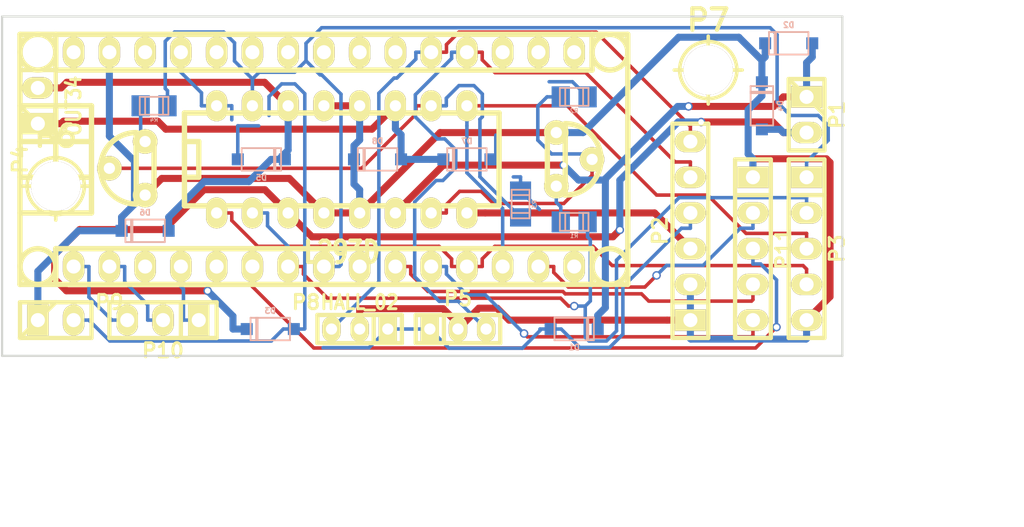
<source format=kicad_pcb>
(kicad_pcb (version 4) (host pcbnew no-vcs-found-product)

  (general
    (links 68)
    (no_connects 4)
    (area 89.536172 59.771 168.02 101.760001)
    (thickness 1.6)
    (drawings 6)
    (tracks 375)
    (zones 0)
    (modules 27)
    (nets 25)
  )

  (page A4)
  (layers
    (0 F.Cu signal)
    (31 B.Cu signal)
    (32 B.Adhes user)
    (33 F.Adhes user)
    (34 B.Paste user)
    (35 F.Paste user)
    (36 B.SilkS user)
    (37 F.SilkS user)
    (38 B.Mask user)
    (39 F.Mask user)
    (40 Dwgs.User user)
    (41 Cmts.User user)
    (42 Eco1.User user)
    (43 Eco2.User user)
    (44 Edge.Cuts user)
    (45 Margin user)
    (46 B.CrtYd user)
    (47 F.CrtYd user)
    (48 B.Fab user)
    (49 F.Fab user)
  )

  (setup
    (last_trace_width 0.25)
    (trace_clearance 0.2)
    (zone_clearance 0.508)
    (zone_45_only no)
    (trace_min 0.2)
    (segment_width 0.2)
    (edge_width 0.15)
    (via_size 0.6)
    (via_drill 0.4)
    (via_min_size 0.4)
    (via_min_drill 0.3)
    (uvia_size 0.3)
    (uvia_drill 0.1)
    (uvias_allowed no)
    (uvia_min_size 0.2)
    (uvia_min_drill 0.1)
    (pcb_text_width 0.3)
    (pcb_text_size 1.5 1.5)
    (mod_edge_width 0.15)
    (mod_text_size 1 1)
    (mod_text_width 0.15)
    (pad_size 1.524 1.524)
    (pad_drill 0.762)
    (pad_to_mask_clearance 0.2)
    (aux_axis_origin 0 0)
    (visible_elements 7FFFFF7F)
    (pcbplotparams
      (layerselection 0x010f0_80000001)
      (usegerberextensions false)
      (excludeedgelayer true)
      (linewidth 0.200000)
      (plotframeref false)
      (viasonmask false)
      (mode 1)
      (useauxorigin false)
      (hpglpennumber 1)
      (hpglpenspeed 20)
      (hpglpendiameter 15)
      (hpglpenoverlay 2)
      (psnegative false)
      (psa4output false)
      (plotreference true)
      (plotvalue true)
      (plotinvisibletext false)
      (padsonsilk false)
      (subtractmaskfromsilk false)
      (outputformat 1)
      (mirror false)
      (drillshape 0)
      (scaleselection 1)
      (outputdirectory ""))
  )

  (net 0 "")
  (net 1 "Net-(D1-Pad2)")
  (net 2 +5V)
  (net 3 GND)
  (net 4 "Net-(D3-Pad2)")
  (net 5 "Net-(D7-Pad2)")
  (net 6 VCC)
  (net 7 "Net-(D5-Pad2)")
  (net 8 1,2EN)
  (net 9 1,2DIR)
  (net 10 3,4EN)
  (net 11 3,4DIR)
  (net 12 "Net-(J1-Pad19)")
  (net 13 "Net-(J1-Pad1)")
  (net 14 "Net-(J1-Pad2)")
  (net 15 "Net-(J1-Pad4)")
  (net 16 "Net-(J1-Pad6)")
  (net 17 "Net-(J1-Pad11)")
  (net 18 "Net-(J1-Pad14)")
  (net 19 "Net-(J1-Pad20)")
  (net 20 "Net-(J1-Pad10)")
  (net 21 /COLL-1)
  (net 22 /COLL-2)
  (net 23 /BASE-1)
  (net 24 /BASE-2)

  (net_class Default "Questo è il gruppo di collegamenti predefinito"
    (clearance 0.2)
    (trace_width 0.25)
    (via_dia 0.6)
    (via_drill 0.4)
    (uvia_dia 0.3)
    (uvia_drill 0.1)
    (add_net +5V)
    (add_net /BASE-1)
    (add_net /BASE-2)
    (add_net /COLL-1)
    (add_net /COLL-2)
    (add_net 1,2DIR)
    (add_net 1,2EN)
    (add_net 3,4DIR)
    (add_net 3,4EN)
    (add_net "Net-(J1-Pad1)")
    (add_net "Net-(J1-Pad10)")
    (add_net "Net-(J1-Pad11)")
    (add_net "Net-(J1-Pad14)")
    (add_net "Net-(J1-Pad19)")
    (add_net "Net-(J1-Pad2)")
    (add_net "Net-(J1-Pad20)")
    (add_net "Net-(J1-Pad4)")
    (add_net "Net-(J1-Pad6)")
  )

  (net_class Motor ""
    (clearance 0.3)
    (trace_width 0.5)
    (via_dia 0.6)
    (via_drill 0.4)
    (uvia_dia 0.3)
    (uvia_drill 0.1)
    (add_net GND)
    (add_net "Net-(D1-Pad2)")
    (add_net "Net-(D3-Pad2)")
    (add_net "Net-(D5-Pad2)")
    (add_net "Net-(D7-Pad2)")
    (add_net VCC)
  )

  (module w_pth_circuits:dil_16-300 (layer F.Cu) (tedit 558994EF) (tstamp 55886FF6)
    (at 115.57 73.66)
    (descr "IC, DIL16 x 0,3\"")
    (tags DIL)
    (path /55302750)
    (fp_text reference IC1 (at -1.27 -1.27) (layer F.SilkS) hide
      (effects (font (size 1.524 1.143) (thickness 0.28575)))
    )
    (fp_text value L293D (at 0 6.604) (layer F.SilkS)
      (effects (font (size 1.524 1.143) (thickness 0.28702)))
    )
    (fp_line (start -10.16 -1.27) (end -10.16 1.27) (layer F.SilkS) (width 0.381))
    (fp_line (start 11.176 3.302) (end -11.176 3.302) (layer F.SilkS) (width 0.381))
    (fp_line (start -11.176 -3.302) (end 11.176 -3.302) (layer F.SilkS) (width 0.381))
    (fp_line (start -10.16 1.27) (end -11.176 1.27) (layer F.SilkS) (width 0.381))
    (fp_line (start -10.16 -1.27) (end -11.176 -1.27) (layer F.SilkS) (width 0.381))
    (fp_line (start 11.176 -3.302) (end 11.176 3.302) (layer F.SilkS) (width 0.381))
    (fp_line (start -11.176 3.302) (end -11.176 -3.302) (layer F.SilkS) (width 0.381))
    (pad 1 thru_hole oval (at -8.89 3.81) (size 1.50114 2.19964) (drill 0.8001) (layers *.Cu *.Mask F.SilkS)
      (net 8 1,2EN))
    (pad 2 thru_hole oval (at -6.35 3.81) (size 1.50114 2.19964) (drill 0.8001) (layers *.Cu *.Mask F.SilkS)
      (net 9 1,2DIR))
    (pad 3 thru_hole oval (at -3.81 3.81) (size 1.50114 2.19964) (drill 0.8001) (layers *.Cu *.Mask F.SilkS)
      (net 4 "Net-(D3-Pad2)"))
    (pad 4 thru_hole oval (at -1.27 3.81) (size 1.50114 2.19964) (drill 0.8001) (layers *.Cu *.Mask F.SilkS)
      (net 3 GND))
    (pad 5 thru_hole oval (at 1.27 3.81) (size 1.50114 2.19964) (drill 0.8001) (layers *.Cu *.Mask F.SilkS)
      (net 3 GND))
    (pad 6 thru_hole oval (at 3.81 3.81) (size 1.50114 2.19964) (drill 0.8001) (layers *.Cu *.Mask F.SilkS)
      (net 1 "Net-(D1-Pad2)"))
    (pad 7 thru_hole oval (at 6.35 3.81) (size 1.50114 2.19964) (drill 0.8001) (layers *.Cu *.Mask F.SilkS)
      (net 21 /COLL-1))
    (pad 8 thru_hole oval (at 8.89 3.81) (size 1.50114 2.19964) (drill 0.8001) (layers *.Cu *.Mask F.SilkS)
      (net 6 VCC))
    (pad 9 thru_hole oval (at 8.89 -3.81) (size 1.50114 2.19964) (drill 0.8001) (layers *.Cu *.Mask F.SilkS)
      (net 10 3,4EN))
    (pad 10 thru_hole oval (at 6.35 -3.81) (size 1.50114 2.19964) (drill 0.8001) (layers *.Cu *.Mask F.SilkS)
      (net 22 /COLL-2))
    (pad 11 thru_hole oval (at 3.81 -3.81) (size 1.50114 2.19964) (drill 0.8001) (layers *.Cu *.Mask F.SilkS)
      (net 5 "Net-(D7-Pad2)"))
    (pad 12 thru_hole oval (at 1.27 -3.81) (size 1.50114 2.19964) (drill 0.8001) (layers *.Cu *.Mask F.SilkS)
      (net 3 GND))
    (pad 13 thru_hole oval (at -1.27 -3.81) (size 1.50114 2.19964) (drill 0.8001) (layers *.Cu *.Mask F.SilkS)
      (net 3 GND))
    (pad 14 thru_hole oval (at -3.81 -3.81) (size 1.50114 2.19964) (drill 0.8001) (layers *.Cu *.Mask F.SilkS)
      (net 7 "Net-(D5-Pad2)"))
    (pad 15 thru_hole oval (at -6.35 -3.81) (size 1.50114 2.19964) (drill 0.8001) (layers *.Cu *.Mask F.SilkS)
      (net 11 3,4DIR))
    (pad 16 thru_hole oval (at -8.89 -3.81) (size 1.50114 2.19964) (drill 0.8001) (layers *.Cu *.Mask F.SilkS)
      (net 2 +5V))
    (model walter/pth_circuits/dil_16-300.wrl
      (at (xyz 0 0 0))
      (scale (xyz 1 1 1))
      (rotate (xyz 0 0 0))
    )
  )

  (module w_to:to92_3 (layer F.Cu) (tedit 558994CA) (tstamp 55887019)
    (at 131.445 73.66 270)
    (descr TO92)
    (path /55302C9A)
    (fp_text reference Q1 (at 0 3.175 270) (layer F.SilkS) hide
      (effects (font (thickness 0.3048)))
    )
    (fp_text value Q_NPN_BCE (at 0 -4.445 270) (layer F.SilkS) hide
      (effects (font (thickness 0.3048)))
    )
    (fp_line (start 2.54 0) (end -2.54 0) (layer F.SilkS) (width 0.381))
    (fp_line (start 2.54 0) (end 1.905 1.27) (layer F.SilkS) (width 0.381))
    (fp_line (start 1.905 1.27) (end -1.905 1.27) (layer F.SilkS) (width 0.381))
    (fp_line (start -1.905 1.27) (end -2.54 0) (layer F.SilkS) (width 0.381))
    (fp_arc (start 0 0) (end 0 -2.54) (angle 90) (layer F.SilkS) (width 0.381))
    (fp_arc (start 0 0) (end -2.54 0) (angle 90) (layer F.SilkS) (width 0.381))
    (pad 1 thru_hole circle (at 1.905 0.635 270) (size 1.75006 1.75006) (drill 0.8001) (layers *.Cu *.Mask F.SilkS)
      (net 23 /BASE-1))
    (pad 2 thru_hole circle (at 0 -1.905 270) (size 1.75006 1.75006) (drill 0.8001) (layers *.Cu *.Mask F.SilkS)
      (net 21 /COLL-1))
    (pad 3 thru_hole circle (at -1.905 0.635 270) (size 1.75006 1.75006) (drill 0.8001) (layers *.Cu *.Mask F.SilkS)
      (net 3 GND))
    (model walter/to/to92_3.wrl
      (at (xyz 0 0 0))
      (scale (xyz 1 1 1))
      (rotate (xyz 0 0 0))
    )
  )

  (module w_to:to92_3 (layer F.Cu) (tedit 558994D1) (tstamp 55887020)
    (at 100.965 74.295 90)
    (descr TO92)
    (path /553042DD)
    (fp_text reference Q2 (at 0 3.175 90) (layer F.SilkS) hide
      (effects (font (thickness 0.3048)))
    )
    (fp_text value Q_NPN_BCE (at 0 -4.445 90) (layer F.SilkS) hide
      (effects (font (thickness 0.3048)))
    )
    (fp_line (start 2.54 0) (end -2.54 0) (layer F.SilkS) (width 0.381))
    (fp_line (start 2.54 0) (end 1.905 1.27) (layer F.SilkS) (width 0.381))
    (fp_line (start 1.905 1.27) (end -1.905 1.27) (layer F.SilkS) (width 0.381))
    (fp_line (start -1.905 1.27) (end -2.54 0) (layer F.SilkS) (width 0.381))
    (fp_arc (start 0 0) (end 0 -2.54) (angle 90) (layer F.SilkS) (width 0.381))
    (fp_arc (start 0 0) (end -2.54 0) (angle 90) (layer F.SilkS) (width 0.381))
    (pad 1 thru_hole circle (at 1.905 0.635 90) (size 1.75006 1.75006) (drill 0.8001) (layers *.Cu *.Mask F.SilkS)
      (net 24 /BASE-2))
    (pad 2 thru_hole circle (at 0 -1.905 90) (size 1.75006 1.75006) (drill 0.8001) (layers *.Cu *.Mask F.SilkS)
      (net 22 /COLL-2))
    (pad 3 thru_hole circle (at -1.905 0.635 90) (size 1.75006 1.75006) (drill 0.8001) (layers *.Cu *.Mask F.SilkS)
      (net 3 GND))
    (model walter/to/to92_3.wrl
      (at (xyz 0 0 0))
      (scale (xyz 1 1 1))
      (rotate (xyz 0 0 0))
    )
  )

  (module w_smd_resistors:r_0805 (layer B.Cu) (tedit 0) (tstamp 55887026)
    (at 132.08 78.105)
    (descr "SMT resistor, 0805")
    (path /553036E0)
    (fp_text reference R1 (at 0 0.9906) (layer B.SilkS)
      (effects (font (size 0.29972 0.29972) (thickness 0.06096)) (justify mirror))
    )
    (fp_text value R (at 0 -0.9906) (layer B.SilkS) hide
      (effects (font (size 0.29972 0.29972) (thickness 0.06096)) (justify mirror))
    )
    (fp_line (start 0.635 0.635) (end 0.635 -0.635) (layer B.SilkS) (width 0.127))
    (fp_line (start -0.635 0.635) (end -0.635 -0.6096) (layer B.SilkS) (width 0.127))
    (fp_line (start -1.016 0.635) (end 1.016 0.635) (layer B.SilkS) (width 0.127))
    (fp_line (start 1.016 0.635) (end 1.016 -0.635) (layer B.SilkS) (width 0.127))
    (fp_line (start 1.016 -0.635) (end -1.016 -0.635) (layer B.SilkS) (width 0.127))
    (fp_line (start -1.016 -0.635) (end -1.016 0.635) (layer B.SilkS) (width 0.127))
    (pad 1 smd rect (at 0.9525 0) (size 1.30048 1.4986) (layers B.Cu B.Paste B.Mask)
      (net 9 1,2DIR))
    (pad 2 smd rect (at -0.9525 0) (size 1.30048 1.4986) (layers B.Cu B.Paste B.Mask)
      (net 23 /BASE-1))
    (model walter/smd_resistors/r_0805.wrl
      (at (xyz 0 0 0))
      (scale (xyz 1 1 1))
      (rotate (xyz 0 0 0))
    )
  )

  (module w_smd_resistors:r_0805 (layer B.Cu) (tedit 0) (tstamp 5588702C)
    (at 132.08 69.215)
    (descr "SMT resistor, 0805")
    (path /55302E30)
    (fp_text reference R2 (at 0 0.9906) (layer B.SilkS)
      (effects (font (size 0.29972 0.29972) (thickness 0.06096)) (justify mirror))
    )
    (fp_text value R (at 0 -0.9906) (layer B.SilkS) hide
      (effects (font (size 0.29972 0.29972) (thickness 0.06096)) (justify mirror))
    )
    (fp_line (start 0.635 0.635) (end 0.635 -0.635) (layer B.SilkS) (width 0.127))
    (fp_line (start -0.635 0.635) (end -0.635 -0.6096) (layer B.SilkS) (width 0.127))
    (fp_line (start -1.016 0.635) (end 1.016 0.635) (layer B.SilkS) (width 0.127))
    (fp_line (start 1.016 0.635) (end 1.016 -0.635) (layer B.SilkS) (width 0.127))
    (fp_line (start 1.016 -0.635) (end -1.016 -0.635) (layer B.SilkS) (width 0.127))
    (fp_line (start -1.016 -0.635) (end -1.016 0.635) (layer B.SilkS) (width 0.127))
    (pad 1 smd rect (at 0.9525 0) (size 1.30048 1.4986) (layers B.Cu B.Paste B.Mask)
      (net 2 +5V))
    (pad 2 smd rect (at -0.9525 0) (size 1.30048 1.4986) (layers B.Cu B.Paste B.Mask)
      (net 21 /COLL-1))
    (model walter/smd_resistors/r_0805.wrl
      (at (xyz 0 0 0))
      (scale (xyz 1 1 1))
      (rotate (xyz 0 0 0))
    )
  )

  (module w_smd_resistors:r_0805 (layer B.Cu) (tedit 0) (tstamp 55887032)
    (at 128.27 76.835 90)
    (descr "SMT resistor, 0805")
    (path /553042EB)
    (fp_text reference R3 (at 0 0.9906 90) (layer B.SilkS)
      (effects (font (size 0.29972 0.29972) (thickness 0.06096)) (justify mirror))
    )
    (fp_text value R (at 0 -0.9906 90) (layer B.SilkS) hide
      (effects (font (size 0.29972 0.29972) (thickness 0.06096)) (justify mirror))
    )
    (fp_line (start 0.635 0.635) (end 0.635 -0.635) (layer B.SilkS) (width 0.127))
    (fp_line (start -0.635 0.635) (end -0.635 -0.6096) (layer B.SilkS) (width 0.127))
    (fp_line (start -1.016 0.635) (end 1.016 0.635) (layer B.SilkS) (width 0.127))
    (fp_line (start 1.016 0.635) (end 1.016 -0.635) (layer B.SilkS) (width 0.127))
    (fp_line (start 1.016 -0.635) (end -1.016 -0.635) (layer B.SilkS) (width 0.127))
    (fp_line (start -1.016 -0.635) (end -1.016 0.635) (layer B.SilkS) (width 0.127))
    (pad 1 smd rect (at 0.9525 0 90) (size 1.30048 1.4986) (layers B.Cu B.Paste B.Mask)
      (net 2 +5V))
    (pad 2 smd rect (at -0.9525 0 90) (size 1.30048 1.4986) (layers B.Cu B.Paste B.Mask)
      (net 22 /COLL-2))
    (model walter/smd_resistors/r_0805.wrl
      (at (xyz 0 0 0))
      (scale (xyz 1 1 1))
      (rotate (xyz 0 0 0))
    )
  )

  (module w_smd_resistors:r_0805 (layer B.Cu) (tedit 0) (tstamp 55887038)
    (at 102.235 69.85)
    (descr "SMT resistor, 0805")
    (path /553042F5)
    (fp_text reference R4 (at 0 0.9906) (layer B.SilkS)
      (effects (font (size 0.29972 0.29972) (thickness 0.06096)) (justify mirror))
    )
    (fp_text value R (at 0 -0.9906) (layer B.SilkS) hide
      (effects (font (size 0.29972 0.29972) (thickness 0.06096)) (justify mirror))
    )
    (fp_line (start 0.635 0.635) (end 0.635 -0.635) (layer B.SilkS) (width 0.127))
    (fp_line (start -0.635 0.635) (end -0.635 -0.6096) (layer B.SilkS) (width 0.127))
    (fp_line (start -1.016 0.635) (end 1.016 0.635) (layer B.SilkS) (width 0.127))
    (fp_line (start 1.016 0.635) (end 1.016 -0.635) (layer B.SilkS) (width 0.127))
    (fp_line (start 1.016 -0.635) (end -1.016 -0.635) (layer B.SilkS) (width 0.127))
    (fp_line (start -1.016 -0.635) (end -1.016 0.635) (layer B.SilkS) (width 0.127))
    (pad 1 smd rect (at 0.9525 0) (size 1.30048 1.4986) (layers B.Cu B.Paste B.Mask)
      (net 11 3,4DIR))
    (pad 2 smd rect (at -0.9525 0) (size 1.30048 1.4986) (layers B.Cu B.Paste B.Mask)
      (net 24 /BASE-2))
    (model walter/smd_resistors/r_0805.wrl
      (at (xyz 0 0 0))
      (scale (xyz 1 1 1))
      (rotate (xyz 0 0 0))
    )
  )

  (module w_pin_strip:pin_strip_2 (layer F.Cu) (tedit 55899464) (tstamp 5588771D)
    (at 148.59 70.485 270)
    (descr "Pin strip 2pin")
    (tags "CONN DEV")
    (path /55302837)
    (fp_text reference P1 (at 0 -2.159 270) (layer F.SilkS)
      (effects (font (size 1.016 1.016) (thickness 0.2032)))
    )
    (fp_text value OUT12 (at -4.445 0 360) (layer F.SilkS) hide
      (effects (font (size 1.016 0.889) (thickness 0.2032)))
    )
    (fp_line (start -2.54 1.27) (end 0 -1.27) (layer F.SilkS) (width 0.3048))
    (fp_line (start 2.54 1.27) (end -2.54 1.27) (layer F.SilkS) (width 0.3048))
    (fp_line (start -2.54 -1.27) (end 2.54 -1.27) (layer F.SilkS) (width 0.3048))
    (fp_line (start -2.54 1.27) (end -2.54 -1.27) (layer F.SilkS) (width 0.3048))
    (fp_line (start 2.54 -1.27) (end 2.54 1.27) (layer F.SilkS) (width 0.3048))
    (pad 1 thru_hole rect (at -1.27 0 270) (size 1.524 2.19964) (drill 1.00076) (layers *.Cu *.Mask F.SilkS)
      (net 1 "Net-(D1-Pad2)"))
    (pad 2 thru_hole oval (at 1.27 0 270) (size 1.524 2.19964) (drill 1.00076) (layers *.Cu *.Mask F.SilkS)
      (net 4 "Net-(D3-Pad2)"))
    (model walter/pin_strip/pin_strip_2.wrl
      (at (xyz 0 0 0))
      (scale (xyz 1 1 1))
      (rotate (xyz 0 0 0))
    )
  )

  (module w_pin_strip:pin_strip_2 (layer F.Cu) (tedit 558994DA) (tstamp 55887736)
    (at 93.98 69.85 90)
    (descr "Pin strip 2pin")
    (tags "CONN DEV")
    (path /553042CC)
    (fp_text reference P4 (at -3.81 -1.27 90) (layer F.SilkS)
      (effects (font (size 1.016 1.016) (thickness 0.2032)))
    )
    (fp_text value OUT34 (at 0 2.54 90) (layer F.SilkS)
      (effects (font (size 1.016 0.889) (thickness 0.2032)))
    )
    (fp_line (start -2.54 1.27) (end 0 -1.27) (layer F.SilkS) (width 0.3048))
    (fp_line (start 2.54 1.27) (end -2.54 1.27) (layer F.SilkS) (width 0.3048))
    (fp_line (start -2.54 -1.27) (end 2.54 -1.27) (layer F.SilkS) (width 0.3048))
    (fp_line (start -2.54 1.27) (end -2.54 -1.27) (layer F.SilkS) (width 0.3048))
    (fp_line (start 2.54 -1.27) (end 2.54 1.27) (layer F.SilkS) (width 0.3048))
    (pad 1 thru_hole rect (at -1.27 0 90) (size 1.524 2.19964) (drill 1.00076) (layers *.Cu *.Mask F.SilkS)
      (net 5 "Net-(D7-Pad2)"))
    (pad 2 thru_hole oval (at 1.27 0 90) (size 1.524 2.19964) (drill 1.00076) (layers *.Cu *.Mask F.SilkS)
      (net 7 "Net-(D5-Pad2)"))
    (model walter/pin_strip/pin_strip_2.wrl
      (at (xyz 0 0 0))
      (scale (xyz 1 1 1))
      (rotate (xyz 0 0 0))
    )
  )

  (module w_pin_strip:pin_strip_2mm_3 (layer F.Cu) (tedit 0) (tstamp 55887737)
    (at 123.825 85.725)
    (descr "Pin strip 2mm 3pin")
    (tags "CONN DEV")
    (path /5588782E)
    (fp_text reference P5 (at 0 -2.159) (layer F.SilkS)
      (effects (font (size 1.016 1.016) (thickness 0.2032)))
    )
    (fp_text value HALL_01 (at 0.254 -3.556) (layer F.SilkS) hide
      (effects (font (size 1.016 0.889) (thickness 0.2032)))
    )
    (fp_line (start 3 -1) (end 3 1) (layer F.SilkS) (width 0.3048))
    (fp_line (start 3 1) (end -3 1) (layer F.SilkS) (width 0.3048))
    (fp_line (start -3 -1) (end 3 -1) (layer F.SilkS) (width 0.3048))
    (fp_line (start -3 1) (end -3 -1) (layer F.SilkS) (width 0.3048))
    (fp_line (start -1 -1) (end -1 1) (layer F.SilkS) (width 0.3048))
    (pad 1 thru_hole rect (at -2 0) (size 1.3 1.8) (drill 0.8) (layers *.Cu *.Mask F.SilkS)
      (net 2 +5V))
    (pad 2 thru_hole oval (at 0 0) (size 1.3 1.8) (drill 0.8) (layers *.Cu *.Mask F.SilkS)
      (net 3 GND))
    (pad 3 thru_hole oval (at 2 0) (size 1.3 1.8) (drill 0.8) (layers *.Cu *.Mask F.SilkS)
      (net 12 "Net-(J1-Pad19)"))
    (model walter/pin_strip/pin_strip_2mm_3.wrl
      (at (xyz 0 0 0))
      (scale (xyz 1 1 1))
      (rotate (xyz 0 0 0))
    )
  )

  (module w_details:hole_3mm5 (layer F.Cu) (tedit 558994BD) (tstamp 55887997)
    (at 95.25 75.565)
    (descr "Hole 3.5mm")
    (path /558892C2)
    (fp_text reference P6 (at 0 -3.556) (layer F.SilkS)
      (effects (font (thickness 0.3048)))
    )
    (fp_text value HOLE1 (at 5.588 0) (layer F.SilkS) hide
      (effects (font (thickness 0.3048)))
    )
    (fp_line (start 0 -2.413) (end 0 2.413) (layer F.SilkS) (width 0.254))
    (fp_line (start -2.413 0) (end 2.413 0) (layer F.SilkS) (width 0.254))
    (fp_circle (center 0 0) (end 2.032 0) (layer F.SilkS) (width 0.254))
    (pad 1 thru_hole circle (at 0 0) (size 3.50012 3.50012) (drill 3.50012) (layers *.Cu F.SilkS))
    (model walter/details/hole.wrl
      (at (xyz 0 0 0))
      (scale (xyz 1 1 1))
      (rotate (xyz 0 0 0))
    )
  )

  (module w_details:hole_3mm5 (layer F.Cu) (tedit 5589947A) (tstamp 5588799C)
    (at 141.605 67.31)
    (descr "Hole 3.5mm")
    (path /5588931D)
    (fp_text reference P7 (at 0 -3.556) (layer F.SilkS)
      (effects (font (thickness 0.3048)))
    )
    (fp_text value HOLE2 (at 0.635 -5.715) (layer F.SilkS) hide
      (effects (font (thickness 0.3048)))
    )
    (fp_line (start 0 -2.413) (end 0 2.413) (layer F.SilkS) (width 0.254))
    (fp_line (start -2.413 0) (end 2.413 0) (layer F.SilkS) (width 0.254))
    (fp_circle (center 0 0) (end 2.032 0) (layer F.SilkS) (width 0.254))
    (pad 1 thru_hole circle (at 0 0) (size 3.50012 3.50012) (drill 3.50012) (layers *.Cu F.SilkS))
    (model walter/details/hole.wrl
      (at (xyz 0 0 0))
      (scale (xyz 1 1 1))
      (rotate (xyz 0 0 0))
    )
  )

  (module w_pin_strip:pin_strip_2mm_3 (layer F.Cu) (tedit 558994E1) (tstamp 55898022)
    (at 116.84 85.725 180)
    (descr "Pin strip 2mm 3pin")
    (tags "CONN DEV")
    (path /55898A3A)
    (fp_text reference P8 (at 3.81 1.905 180) (layer F.SilkS)
      (effects (font (size 1.016 1.016) (thickness 0.2032)))
    )
    (fp_text value HALL_02 (at 0 1.905 180) (layer F.SilkS)
      (effects (font (size 1.016 0.889) (thickness 0.2032)))
    )
    (fp_line (start 3 -1) (end 3 1) (layer F.SilkS) (width 0.3048))
    (fp_line (start 3 1) (end -3 1) (layer F.SilkS) (width 0.3048))
    (fp_line (start -3 -1) (end 3 -1) (layer F.SilkS) (width 0.3048))
    (fp_line (start -3 1) (end -3 -1) (layer F.SilkS) (width 0.3048))
    (fp_line (start -1 -1) (end -1 1) (layer F.SilkS) (width 0.3048))
    (pad 1 thru_hole rect (at -2 0 180) (size 1.3 1.8) (drill 0.8) (layers *.Cu *.Mask F.SilkS)
      (net 2 +5V))
    (pad 2 thru_hole oval (at 0 0 180) (size 1.3 1.8) (drill 0.8) (layers *.Cu *.Mask F.SilkS)
      (net 3 GND))
    (pad 3 thru_hole oval (at 2 0 180) (size 1.3 1.8) (drill 0.8) (layers *.Cu *.Mask F.SilkS)
      (net 19 "Net-(J1-Pad20)"))
    (model walter/pin_strip/pin_strip_2mm_3.wrl
      (at (xyz 0 0 0))
      (scale (xyz 1 1 1))
      (rotate (xyz 0 0 0))
    )
  )

  (module w_conn_misc:arduino_nano_header (layer F.Cu) (tedit 558994F5) (tstamp 558981A4)
    (at 114.3 73.66)
    (descr "Arduino Nano Header")
    (tags Arduino)
    (path /55897EDC)
    (fp_text reference J1 (at 0 1.27) (layer F.SilkS) hide
      (effects (font (size 1.016 1.016) (thickness 0.2032)))
    )
    (fp_text value Arduino_Nano_Header (at 0 -1.27) (layer F.SilkS) hide
      (effects (font (size 1.016 0.889) (thickness 0.2032)))
    )
    (fp_line (start -16.51 -1.27) (end -21.59 -1.27) (layer F.SilkS) (width 0.381))
    (fp_line (start -16.51 1.27) (end -21.59 1.27) (layer F.SilkS) (width 0.381))
    (fp_line (start -19.05 -3.81) (end -19.05 3.81) (layer F.SilkS) (width 0.381))
    (fp_line (start -21.59 -3.81) (end -16.51 -3.81) (layer F.SilkS) (width 0.381))
    (fp_line (start -16.51 -3.81) (end -16.51 3.81) (layer F.SilkS) (width 0.381))
    (fp_line (start -16.51 3.81) (end -21.59 3.81) (layer F.SilkS) (width 0.381))
    (fp_line (start 21.59 -8.89) (end -21.59 -8.89) (layer F.SilkS) (width 0.381))
    (fp_line (start -21.59 8.89) (end 21.59 8.89) (layer F.SilkS) (width 0.381))
    (fp_line (start -21.59 8.89) (end -21.59 -8.89) (layer F.SilkS) (width 0.381))
    (fp_line (start 21.59 8.89) (end 21.59 -8.89) (layer F.SilkS) (width 0.381))
    (fp_circle (center -20.32 -7.62) (end -21.59 -7.62) (layer F.SilkS) (width 0.381))
    (fp_circle (center -20.32 7.62) (end -21.59 7.62) (layer F.SilkS) (width 0.381))
    (fp_circle (center 20.32 -7.62) (end 21.59 -7.62) (layer F.SilkS) (width 0.381))
    (fp_circle (center 20.32 7.62) (end 21.59 7.62) (layer F.SilkS) (width 0.381))
    (fp_line (start 19.05 -6.35) (end -19.05 -6.35) (layer F.SilkS) (width 0.381))
    (fp_line (start -19.05 6.35) (end 19.05 6.35) (layer F.SilkS) (width 0.381))
    (fp_line (start 19.05 8.89) (end 19.05 6.35) (layer F.SilkS) (width 0.381))
    (fp_line (start 19.05 -6.35) (end 19.05 -8.89) (layer F.SilkS) (width 0.381))
    (fp_line (start -19.05 -8.89) (end -19.05 -6.35) (layer F.SilkS) (width 0.381))
    (fp_line (start -19.05 8.89) (end -19.05 6.35) (layer F.SilkS) (width 0.381))
    (pad 1 thru_hole oval (at -17.78 7.62) (size 1.524 2.19964) (drill 1.00076) (layers *.Cu *.Mask F.SilkS)
      (net 13 "Net-(J1-Pad1)"))
    (pad 2 thru_hole oval (at -15.24 7.62) (size 1.524 2.19964) (drill 1.00076) (layers *.Cu *.Mask F.SilkS)
      (net 14 "Net-(J1-Pad2)"))
    (pad 3 thru_hole oval (at -12.7 7.62) (size 1.524 2.19964) (drill 1.00076) (layers *.Cu *.Mask F.SilkS))
    (pad 4 thru_hole oval (at -10.16 7.62) (size 1.524 2.19964) (drill 1.00076) (layers *.Cu *.Mask F.SilkS)
      (net 15 "Net-(J1-Pad4)"))
    (pad 5 thru_hole oval (at -7.62 7.62) (size 1.524 2.19964) (drill 1.00076) (layers *.Cu *.Mask F.SilkS))
    (pad 6 thru_hole oval (at -5.08 7.62) (size 1.524 2.19964) (drill 1.00076) (layers *.Cu *.Mask F.SilkS)
      (net 16 "Net-(J1-Pad6)"))
    (pad 7 thru_hole oval (at -2.54 7.62) (size 1.524 2.19964) (drill 1.00076) (layers *.Cu *.Mask F.SilkS)
      (net 9 1,2DIR))
    (pad 8 thru_hole oval (at 0 7.62) (size 1.524 2.19964) (drill 1.00076) (layers *.Cu *.Mask F.SilkS)
      (net 11 3,4DIR))
    (pad 9 thru_hole oval (at 2.54 7.62) (size 1.524 2.19964) (drill 1.00076) (layers *.Cu *.Mask F.SilkS))
    (pad 10 thru_hole oval (at 5.08 7.62) (size 1.524 2.19964) (drill 1.00076) (layers *.Cu *.Mask F.SilkS)
      (net 20 "Net-(J1-Pad10)"))
    (pad 11 thru_hole oval (at 7.62 7.62) (size 1.524 2.19964) (drill 1.00076) (layers *.Cu *.Mask F.SilkS)
      (net 17 "Net-(J1-Pad11)"))
    (pad 12 thru_hole oval (at 10.16 7.62) (size 1.524 2.19964) (drill 1.00076) (layers *.Cu *.Mask F.SilkS)
      (net 8 1,2EN))
    (pad 13 thru_hole oval (at 12.7 7.62) (size 1.524 2.19964) (drill 1.00076) (layers *.Cu *.Mask F.SilkS)
      (net 10 3,4EN))
    (pad 14 thru_hole oval (at 15.24 7.62) (size 1.524 2.19964) (drill 1.00076) (layers *.Cu *.Mask F.SilkS)
      (net 18 "Net-(J1-Pad14)"))
    (pad 15 thru_hole oval (at 17.78 7.62) (size 1.524 2.19964) (drill 1.00076) (layers *.Cu *.Mask F.SilkS))
    (pad 16 thru_hole oval (at 17.78 -7.62) (size 1.524 2.19964) (drill 1.00076) (layers *.Cu *.Mask F.SilkS))
    (pad 17 thru_hole oval (at 15.24 -7.62) (size 1.524 2.19964) (drill 1.00076) (layers *.Cu *.Mask F.SilkS))
    (pad 18 thru_hole oval (at 12.7 -7.62) (size 1.524 2.19964) (drill 1.00076) (layers *.Cu *.Mask F.SilkS))
    (pad 19 thru_hole oval (at 10.16 -7.62) (size 1.524 2.19964) (drill 1.00076) (layers *.Cu *.Mask F.SilkS)
      (net 12 "Net-(J1-Pad19)"))
    (pad 20 thru_hole oval (at 7.62 -7.62) (size 1.524 2.1971) (drill 1.00076) (layers *.Cu *.Mask F.SilkS)
      (net 19 "Net-(J1-Pad20)"))
    (pad 21 thru_hole oval (at 5.08 -7.62) (size 1.524 2.1971) (drill 1.00076) (layers *.Cu *.Mask F.SilkS))
    (pad 22 thru_hole oval (at 2.54 -7.62) (size 1.524 2.1971) (drill 1.00076) (layers *.Cu *.Mask F.SilkS))
    (pad 23 thru_hole oval (at 0 -7.62) (size 1.524 2.1971) (drill 1.00076) (layers *.Cu *.Mask F.SilkS))
    (pad 24 thru_hole oval (at -2.54 -7.62) (size 1.524 2.1971) (drill 0.99822) (layers *.Cu *.Mask F.SilkS))
    (pad 25 thru_hole oval (at -5.08 -7.62) (size 1.524 2.1971) (drill 0.99822) (layers *.Cu *.Mask F.SilkS))
    (pad 26 thru_hole oval (at -7.62 -7.62) (size 1.524 2.1971) (drill 0.99822) (layers *.Cu *.Mask F.SilkS))
    (pad 27 thru_hole oval (at -10.16 -7.62) (size 1.524 2.1971) (drill 0.99822) (layers *.Cu *.Mask F.SilkS)
      (net 2 +5V))
    (pad 28 thru_hole oval (at -12.7 -7.62) (size 1.524 2.1971) (drill 0.99822) (layers *.Cu *.Mask F.SilkS))
    (pad 29 thru_hole oval (at -15.24 -7.62) (size 1.524 2.1971) (drill 0.99822) (layers *.Cu *.Mask F.SilkS)
      (net 3 GND))
    (pad 30 thru_hole oval (at -17.78 -7.62) (size 1.524 2.1971) (drill 0.99822) (layers *.Cu *.Mask F.SilkS))
    (model walter/conn_misc/arduino_nano_header.wrl
      (at (xyz 0 0 0))
      (scale (xyz 1 1 1))
      (rotate (xyz 0 0 0))
    )
  )

  (module w_pin_strip:pin_strip_6 (layer F.Cu) (tedit 0) (tstamp 558981A5)
    (at 140.335 78.74 90)
    (descr "Pin strip 6pin")
    (tags "CONN DEV")
    (path /558982FF)
    (fp_text reference P2 (at 0 -2.159 90) (layer F.SilkS)
      (effects (font (size 1.016 1.016) (thickness 0.2032)))
    )
    (fp_text value ALIM_HALL (at 0.254 -3.556 90) (layer F.SilkS) hide
      (effects (font (size 1.016 0.889) (thickness 0.2032)))
    )
    (fp_line (start -5.08 -1.27) (end -5.08 1.27) (layer F.SilkS) (width 0.3048))
    (fp_line (start -7.62 1.27) (end -7.62 -1.27) (layer F.SilkS) (width 0.3048))
    (fp_line (start -7.62 -1.27) (end 7.62 -1.27) (layer F.SilkS) (width 0.3048))
    (fp_line (start 7.62 -1.27) (end 7.62 1.27) (layer F.SilkS) (width 0.3048))
    (fp_line (start 7.62 1.27) (end -7.62 1.27) (layer F.SilkS) (width 0.3048))
    (pad 1 thru_hole rect (at -6.35 0 90) (size 1.524 2.19964) (drill 1.00076) (layers *.Cu *.Mask F.SilkS)
      (net 3 GND))
    (pad 2 thru_hole oval (at -3.81 0 90) (size 1.524 2.19964) (drill 1.00076) (layers *.Cu *.Mask F.SilkS)
      (net 3 GND))
    (pad 3 thru_hole oval (at -1.27 0 90) (size 1.524 2.19964) (drill 1.00076) (layers *.Cu *.Mask F.SilkS)
      (net 6 VCC))
    (pad 4 thru_hole oval (at 1.27 0 90) (size 1.524 2.19964) (drill 1.00076) (layers *.Cu *.Mask F.SilkS)
      (net 2 +5V))
    (pad 5 thru_hole oval (at 3.81 0 90) (size 1.524 2.19964) (drill 1.00076) (layers *.Cu *.Mask F.SilkS)
      (net 12 "Net-(J1-Pad19)"))
    (pad 6 thru_hole oval (at 6.35 0 90) (size 1.524 2.19964) (drill 1.00076) (layers *.Cu *.Mask F.SilkS)
      (net 19 "Net-(J1-Pad20)"))
    (model walter/pin_strip/pin_strip_6.wrl
      (at (xyz 0 0 0))
      (scale (xyz 1 1 1))
      (rotate (xyz 0 0 0))
    )
  )

  (module w_pin_strip:pin_strip_2 (layer F.Cu) (tedit 558994DF) (tstamp 558981BD)
    (at 95.25 85.09)
    (descr "Pin strip 2pin")
    (tags "CONN DEV")
    (path /5589A9C2)
    (fp_text reference P9 (at 3.81 -1.27) (layer F.SilkS)
      (effects (font (size 1.016 1.016) (thickness 0.2032)))
    )
    (fp_text value ING5V (at 0.254 -3.556) (layer F.SilkS) hide
      (effects (font (size 1.016 0.889) (thickness 0.2032)))
    )
    (fp_line (start -2.54 1.27) (end 0 -1.27) (layer F.SilkS) (width 0.3048))
    (fp_line (start 2.54 1.27) (end -2.54 1.27) (layer F.SilkS) (width 0.3048))
    (fp_line (start -2.54 -1.27) (end 2.54 -1.27) (layer F.SilkS) (width 0.3048))
    (fp_line (start -2.54 1.27) (end -2.54 -1.27) (layer F.SilkS) (width 0.3048))
    (fp_line (start 2.54 -1.27) (end 2.54 1.27) (layer F.SilkS) (width 0.3048))
    (pad 1 thru_hole rect (at -1.27 0) (size 1.524 2.19964) (drill 1.00076) (layers *.Cu *.Mask F.SilkS)
      (net 3 GND))
    (pad 2 thru_hole oval (at 1.27 0) (size 1.524 2.19964) (drill 1.00076) (layers *.Cu *.Mask F.SilkS)
      (net 2 +5V))
    (model walter/pin_strip/pin_strip_2.wrl
      (at (xyz 0 0 0))
      (scale (xyz 1 1 1))
      (rotate (xyz 0 0 0))
    )
  )

  (module w_smd_diode:sod123 (layer B.Cu) (tedit 0) (tstamp 558A6566)
    (at 132.08 85.725)
    (descr SOD123)
    (path /554A841B)
    (fp_text reference D1 (at 0 1.30048) (layer B.SilkS)
      (effects (font (size 0.4 0.4) (thickness 0.1)) (justify mirror))
    )
    (fp_text value D (at 0 -1.19888) (layer B.SilkS) hide
      (effects (font (size 0.4 0.4) (thickness 0.1)) (justify mirror))
    )
    (fp_line (start 0.89916 -0.8001) (end 0.89916 0.8001) (layer B.SilkS) (width 0.127))
    (fp_line (start 1.00076 0.8001) (end 1.00076 -0.8001) (layer B.SilkS) (width 0.127))
    (fp_line (start -1.39954 0.8001) (end 1.39954 0.8001) (layer B.SilkS) (width 0.127))
    (fp_line (start 1.39954 0.8001) (end 1.39954 -0.8001) (layer B.SilkS) (width 0.127))
    (fp_line (start 1.39954 -0.8001) (end -1.39954 -0.8001) (layer B.SilkS) (width 0.127))
    (fp_line (start -1.39954 -0.8001) (end -1.39954 0.8001) (layer B.SilkS) (width 0.127))
    (pad 2 smd rect (at 1.67386 0) (size 0.8509 0.8509) (layers B.Cu B.Paste B.Mask)
      (net 1 "Net-(D1-Pad2)"))
    (pad 1 smd rect (at -1.67386 0) (size 0.8509 0.8509) (layers B.Cu B.Paste B.Mask)
      (net 2 +5V))
    (model walter/smd_diode/sod123.wrl
      (at (xyz 0 0 0))
      (scale (xyz 1 1 1))
      (rotate (xyz 0 0 0))
    )
  )

  (module w_smd_diode:sod123 (layer B.Cu) (tedit 0) (tstamp 558A656B)
    (at 147.32 65.405 180)
    (descr SOD123)
    (path /554A40A1)
    (fp_text reference D2 (at 0 1.30048 180) (layer B.SilkS)
      (effects (font (size 0.4 0.4) (thickness 0.1)) (justify mirror))
    )
    (fp_text value D (at 0 -1.19888 180) (layer B.SilkS) hide
      (effects (font (size 0.4 0.4) (thickness 0.1)) (justify mirror))
    )
    (fp_line (start 0.89916 -0.8001) (end 0.89916 0.8001) (layer B.SilkS) (width 0.127))
    (fp_line (start 1.00076 0.8001) (end 1.00076 -0.8001) (layer B.SilkS) (width 0.127))
    (fp_line (start -1.39954 0.8001) (end 1.39954 0.8001) (layer B.SilkS) (width 0.127))
    (fp_line (start 1.39954 0.8001) (end 1.39954 -0.8001) (layer B.SilkS) (width 0.127))
    (fp_line (start 1.39954 -0.8001) (end -1.39954 -0.8001) (layer B.SilkS) (width 0.127))
    (fp_line (start -1.39954 -0.8001) (end -1.39954 0.8001) (layer B.SilkS) (width 0.127))
    (pad 2 smd rect (at 1.67386 0 180) (size 0.8509 0.8509) (layers B.Cu B.Paste B.Mask)
      (net 3 GND))
    (pad 1 smd rect (at -1.67386 0 180) (size 0.8509 0.8509) (layers B.Cu B.Paste B.Mask)
      (net 1 "Net-(D1-Pad2)"))
    (model walter/smd_diode/sod123.wrl
      (at (xyz 0 0 0))
      (scale (xyz 1 1 1))
      (rotate (xyz 0 0 0))
    )
  )

  (module w_smd_diode:sod123 (layer B.Cu) (tedit 0) (tstamp 558A6570)
    (at 110.49 85.725 180)
    (descr SOD123)
    (path /554A3CC7)
    (fp_text reference D3 (at 0 1.30048 180) (layer B.SilkS)
      (effects (font (size 0.4 0.4) (thickness 0.1)) (justify mirror))
    )
    (fp_text value D (at 0 -1.19888 180) (layer B.SilkS) hide
      (effects (font (size 0.4 0.4) (thickness 0.1)) (justify mirror))
    )
    (fp_line (start 0.89916 -0.8001) (end 0.89916 0.8001) (layer B.SilkS) (width 0.127))
    (fp_line (start 1.00076 0.8001) (end 1.00076 -0.8001) (layer B.SilkS) (width 0.127))
    (fp_line (start -1.39954 0.8001) (end 1.39954 0.8001) (layer B.SilkS) (width 0.127))
    (fp_line (start 1.39954 0.8001) (end 1.39954 -0.8001) (layer B.SilkS) (width 0.127))
    (fp_line (start 1.39954 -0.8001) (end -1.39954 -0.8001) (layer B.SilkS) (width 0.127))
    (fp_line (start -1.39954 -0.8001) (end -1.39954 0.8001) (layer B.SilkS) (width 0.127))
    (pad 2 smd rect (at 1.67386 0 180) (size 0.8509 0.8509) (layers B.Cu B.Paste B.Mask)
      (net 4 "Net-(D3-Pad2)"))
    (pad 1 smd rect (at -1.67386 0 180) (size 0.8509 0.8509) (layers B.Cu B.Paste B.Mask)
      (net 2 +5V))
    (model walter/smd_diode/sod123.wrl
      (at (xyz 0 0 0))
      (scale (xyz 1 1 1))
      (rotate (xyz 0 0 0))
    )
  )

  (module w_smd_diode:sod123 (layer B.Cu) (tedit 0) (tstamp 558A6575)
    (at 145.415 69.85 90)
    (descr SOD123)
    (path /554A82A2)
    (fp_text reference D4 (at 0 1.30048 90) (layer B.SilkS)
      (effects (font (size 0.4 0.4) (thickness 0.1)) (justify mirror))
    )
    (fp_text value D (at 0 -1.19888 90) (layer B.SilkS) hide
      (effects (font (size 0.4 0.4) (thickness 0.1)) (justify mirror))
    )
    (fp_line (start 0.89916 -0.8001) (end 0.89916 0.8001) (layer B.SilkS) (width 0.127))
    (fp_line (start 1.00076 0.8001) (end 1.00076 -0.8001) (layer B.SilkS) (width 0.127))
    (fp_line (start -1.39954 0.8001) (end 1.39954 0.8001) (layer B.SilkS) (width 0.127))
    (fp_line (start 1.39954 0.8001) (end 1.39954 -0.8001) (layer B.SilkS) (width 0.127))
    (fp_line (start 1.39954 -0.8001) (end -1.39954 -0.8001) (layer B.SilkS) (width 0.127))
    (fp_line (start -1.39954 -0.8001) (end -1.39954 0.8001) (layer B.SilkS) (width 0.127))
    (pad 2 smd rect (at 1.67386 0 90) (size 0.8509 0.8509) (layers B.Cu B.Paste B.Mask)
      (net 3 GND))
    (pad 1 smd rect (at -1.67386 0 90) (size 0.8509 0.8509) (layers B.Cu B.Paste B.Mask)
      (net 4 "Net-(D3-Pad2)"))
    (model walter/smd_diode/sod123.wrl
      (at (xyz 0 0 0))
      (scale (xyz 1 1 1))
      (rotate (xyz 0 0 0))
    )
  )

  (module w_smd_diode:sod123 (layer B.Cu) (tedit 0) (tstamp 558A657A)
    (at 109.855 73.66)
    (descr SOD123)
    (path /554A85BD)
    (fp_text reference D5 (at 0 1.30048) (layer B.SilkS)
      (effects (font (size 0.4 0.4) (thickness 0.1)) (justify mirror))
    )
    (fp_text value D (at 0 -1.19888) (layer B.SilkS) hide
      (effects (font (size 0.4 0.4) (thickness 0.1)) (justify mirror))
    )
    (fp_line (start 0.89916 -0.8001) (end 0.89916 0.8001) (layer B.SilkS) (width 0.127))
    (fp_line (start 1.00076 0.8001) (end 1.00076 -0.8001) (layer B.SilkS) (width 0.127))
    (fp_line (start -1.39954 0.8001) (end 1.39954 0.8001) (layer B.SilkS) (width 0.127))
    (fp_line (start 1.39954 0.8001) (end 1.39954 -0.8001) (layer B.SilkS) (width 0.127))
    (fp_line (start 1.39954 -0.8001) (end -1.39954 -0.8001) (layer B.SilkS) (width 0.127))
    (fp_line (start -1.39954 -0.8001) (end -1.39954 0.8001) (layer B.SilkS) (width 0.127))
    (pad 2 smd rect (at 1.67386 0) (size 0.8509 0.8509) (layers B.Cu B.Paste B.Mask)
      (net 7 "Net-(D5-Pad2)"))
    (pad 1 smd rect (at -1.67386 0) (size 0.8509 0.8509) (layers B.Cu B.Paste B.Mask)
      (net 2 +5V))
    (model walter/smd_diode/sod123.wrl
      (at (xyz 0 0 0))
      (scale (xyz 1 1 1))
      (rotate (xyz 0 0 0))
    )
  )

  (module w_smd_diode:sod123 (layer B.Cu) (tedit 0) (tstamp 558A657F)
    (at 101.6 78.74 180)
    (descr SOD123)
    (path /554A863B)
    (fp_text reference D6 (at 0 1.30048 180) (layer B.SilkS)
      (effects (font (size 0.4 0.4) (thickness 0.1)) (justify mirror))
    )
    (fp_text value D (at 0 -1.19888 180) (layer B.SilkS) hide
      (effects (font (size 0.4 0.4) (thickness 0.1)) (justify mirror))
    )
    (fp_line (start 0.89916 -0.8001) (end 0.89916 0.8001) (layer B.SilkS) (width 0.127))
    (fp_line (start 1.00076 0.8001) (end 1.00076 -0.8001) (layer B.SilkS) (width 0.127))
    (fp_line (start -1.39954 0.8001) (end 1.39954 0.8001) (layer B.SilkS) (width 0.127))
    (fp_line (start 1.39954 0.8001) (end 1.39954 -0.8001) (layer B.SilkS) (width 0.127))
    (fp_line (start 1.39954 -0.8001) (end -1.39954 -0.8001) (layer B.SilkS) (width 0.127))
    (fp_line (start -1.39954 -0.8001) (end -1.39954 0.8001) (layer B.SilkS) (width 0.127))
    (pad 2 smd rect (at 1.67386 0 180) (size 0.8509 0.8509) (layers B.Cu B.Paste B.Mask)
      (net 3 GND))
    (pad 1 smd rect (at -1.67386 0 180) (size 0.8509 0.8509) (layers B.Cu B.Paste B.Mask)
      (net 7 "Net-(D5-Pad2)"))
    (model walter/smd_diode/sod123.wrl
      (at (xyz 0 0 0))
      (scale (xyz 1 1 1))
      (rotate (xyz 0 0 0))
    )
  )

  (module w_smd_diode:sod123 (layer B.Cu) (tedit 0) (tstamp 558A6584)
    (at 124.46 73.66 180)
    (descr SOD123)
    (path /554A38CE)
    (fp_text reference D7 (at 0 1.30048 180) (layer B.SilkS)
      (effects (font (size 0.4 0.4) (thickness 0.1)) (justify mirror))
    )
    (fp_text value D (at 0 -1.19888 180) (layer B.SilkS) hide
      (effects (font (size 0.4 0.4) (thickness 0.1)) (justify mirror))
    )
    (fp_line (start 0.89916 -0.8001) (end 0.89916 0.8001) (layer B.SilkS) (width 0.127))
    (fp_line (start 1.00076 0.8001) (end 1.00076 -0.8001) (layer B.SilkS) (width 0.127))
    (fp_line (start -1.39954 0.8001) (end 1.39954 0.8001) (layer B.SilkS) (width 0.127))
    (fp_line (start 1.39954 0.8001) (end 1.39954 -0.8001) (layer B.SilkS) (width 0.127))
    (fp_line (start 1.39954 -0.8001) (end -1.39954 -0.8001) (layer B.SilkS) (width 0.127))
    (fp_line (start -1.39954 -0.8001) (end -1.39954 0.8001) (layer B.SilkS) (width 0.127))
    (pad 2 smd rect (at 1.67386 0 180) (size 0.8509 0.8509) (layers B.Cu B.Paste B.Mask)
      (net 5 "Net-(D7-Pad2)"))
    (pad 1 smd rect (at -1.67386 0 180) (size 0.8509 0.8509) (layers B.Cu B.Paste B.Mask)
      (net 2 +5V))
    (model walter/smd_diode/sod123.wrl
      (at (xyz 0 0 0))
      (scale (xyz 1 1 1))
      (rotate (xyz 0 0 0))
    )
  )

  (module w_smd_diode:sod123 (layer B.Cu) (tedit 0) (tstamp 558A6589)
    (at 118.11 73.66 180)
    (descr SOD123)
    (path /554A3B55)
    (fp_text reference D8 (at 0 1.30048 180) (layer B.SilkS)
      (effects (font (size 0.4 0.4) (thickness 0.1)) (justify mirror))
    )
    (fp_text value D (at 0 -1.19888 180) (layer B.SilkS) hide
      (effects (font (size 0.4 0.4) (thickness 0.1)) (justify mirror))
    )
    (fp_line (start 0.89916 -0.8001) (end 0.89916 0.8001) (layer B.SilkS) (width 0.127))
    (fp_line (start 1.00076 0.8001) (end 1.00076 -0.8001) (layer B.SilkS) (width 0.127))
    (fp_line (start -1.39954 0.8001) (end 1.39954 0.8001) (layer B.SilkS) (width 0.127))
    (fp_line (start 1.39954 0.8001) (end 1.39954 -0.8001) (layer B.SilkS) (width 0.127))
    (fp_line (start 1.39954 -0.8001) (end -1.39954 -0.8001) (layer B.SilkS) (width 0.127))
    (fp_line (start -1.39954 -0.8001) (end -1.39954 0.8001) (layer B.SilkS) (width 0.127))
    (pad 2 smd rect (at 1.67386 0 180) (size 0.8509 0.8509) (layers B.Cu B.Paste B.Mask)
      (net 3 GND))
    (pad 1 smd rect (at -1.67386 0 180) (size 0.8509 0.8509) (layers B.Cu B.Paste B.Mask)
      (net 5 "Net-(D7-Pad2)"))
    (model walter/smd_diode/sod123.wrl
      (at (xyz 0 0 0))
      (scale (xyz 1 1 1))
      (rotate (xyz 0 0 0))
    )
  )

  (module w_pin_strip:pin_strip_3 (layer F.Cu) (tedit 0) (tstamp 558A9F8B)
    (at 102.87 85.09 180)
    (descr "Pin strip 3pin")
    (tags "CONN DEV")
    (path /558A384F)
    (fp_text reference P10 (at 0 -2.159 180) (layer F.SilkS)
      (effects (font (size 1.016 1.016) (thickness 0.2032)))
    )
    (fp_text value SER (at 0.254 -3.556 180) (layer F.SilkS) hide
      (effects (font (size 1.016 0.889) (thickness 0.2032)))
    )
    (fp_line (start -1.27 1.27) (end -1.27 -1.27) (layer F.SilkS) (width 0.3048))
    (fp_line (start -3.81 -1.27) (end 3.81 -1.27) (layer F.SilkS) (width 0.3048))
    (fp_line (start 3.81 -1.27) (end 3.81 1.27) (layer F.SilkS) (width 0.3048))
    (fp_line (start 3.81 1.27) (end -3.81 1.27) (layer F.SilkS) (width 0.3048))
    (fp_line (start -3.81 1.27) (end -3.81 -1.27) (layer F.SilkS) (width 0.3048))
    (pad 1 thru_hole rect (at -2.54 0 180) (size 1.524 2.19964) (drill 1.00076) (layers *.Cu *.Mask F.SilkS)
      (net 15 "Net-(J1-Pad4)"))
    (pad 2 thru_hole oval (at 0 0 180) (size 1.524 2.19964) (drill 1.00076) (layers *.Cu *.Mask F.SilkS)
      (net 14 "Net-(J1-Pad2)"))
    (pad 3 thru_hole oval (at 2.54 0 180) (size 1.524 2.19964) (drill 1.00076) (layers *.Cu *.Mask F.SilkS)
      (net 13 "Net-(J1-Pad1)"))
    (model walter/pin_strip/pin_strip_3.wrl
      (at (xyz 0 0 0))
      (scale (xyz 1 1 1))
      (rotate (xyz 0 0 0))
    )
  )

  (module w_pin_strip:pin_strip_5 (layer F.Cu) (tedit 0) (tstamp 558BF7FE)
    (at 148.59 80.01 270)
    (descr "Pin strip 5pin")
    (tags "CONN DEV")
    (path /558B3893)
    (fp_text reference P3 (at 0 -2.159 270) (layer F.SilkS)
      (effects (font (size 1.016 1.016) (thickness 0.2032)))
    )
    (fp_text value CONN_MOT1 (at 0.254 -3.556 270) (layer F.SilkS) hide
      (effects (font (size 1.016 0.889) (thickness 0.2032)))
    )
    (fp_line (start -3.81 -1.27) (end -3.81 1.27) (layer F.SilkS) (width 0.3048))
    (fp_line (start 6.35 1.27) (end -6.35 1.27) (layer F.SilkS) (width 0.3048))
    (fp_line (start -6.35 -1.27) (end 6.35 -1.27) (layer F.SilkS) (width 0.3048))
    (fp_line (start -6.35 1.27) (end -6.35 -1.27) (layer F.SilkS) (width 0.3048))
    (fp_line (start 6.35 -1.27) (end 6.35 1.27) (layer F.SilkS) (width 0.3048))
    (pad 1 thru_hole rect (at -5.08 0 270) (size 1.524 2.19964) (drill 1.00076) (layers *.Cu *.Mask F.SilkS)
      (net 11 3,4DIR))
    (pad 2 thru_hole oval (at -2.54 0 270) (size 1.524 2.19964) (drill 1.00076) (layers *.Cu *.Mask F.SilkS)
      (net 9 1,2DIR))
    (pad 3 thru_hole oval (at 0 0 270) (size 1.524 2.19964) (drill 1.00076) (layers *.Cu *.Mask F.SilkS)
      (net 10 3,4EN))
    (pad 4 thru_hole oval (at 2.54 0 270) (size 1.524 2.19964) (drill 1.00076) (layers *.Cu *.Mask F.SilkS)
      (net 8 1,2EN))
    (pad 5 thru_hole oval (at 5.08 0 270) (size 1.524 2.19964) (drill 1.00076) (layers *.Cu *.Mask F.SilkS)
      (net 3 GND))
    (model walter/pin_strip/pin_strip_5.wrl
      (at (xyz 0 0 0))
      (scale (xyz 1 1 1))
      (rotate (xyz 0 0 0))
    )
  )

  (module w_pin_strip:pin_strip_5 (layer F.Cu) (tedit 0) (tstamp 558BF80C)
    (at 144.78 80.01 270)
    (descr "Pin strip 5pin")
    (tags "CONN DEV")
    (path /558AC953)
    (fp_text reference P11 (at 0 -2.159 270) (layer F.SilkS)
      (effects (font (size 1.016 1.016) (thickness 0.2032)))
    )
    (fp_text value EXT_MOT (at 0.254 -3.556 270) (layer F.SilkS) hide
      (effects (font (size 1.016 0.889) (thickness 0.2032)))
    )
    (fp_line (start -3.81 -1.27) (end -3.81 1.27) (layer F.SilkS) (width 0.3048))
    (fp_line (start 6.35 1.27) (end -6.35 1.27) (layer F.SilkS) (width 0.3048))
    (fp_line (start -6.35 -1.27) (end 6.35 -1.27) (layer F.SilkS) (width 0.3048))
    (fp_line (start -6.35 1.27) (end -6.35 -1.27) (layer F.SilkS) (width 0.3048))
    (fp_line (start 6.35 -1.27) (end 6.35 1.27) (layer F.SilkS) (width 0.3048))
    (pad 1 thru_hole rect (at -5.08 0 270) (size 1.524 2.19964) (drill 1.00076) (layers *.Cu *.Mask F.SilkS)
      (net 3 GND))
    (pad 2 thru_hole oval (at -2.54 0 270) (size 1.524 2.19964) (drill 1.00076) (layers *.Cu *.Mask F.SilkS)
      (net 18 "Net-(J1-Pad14)"))
    (pad 3 thru_hole oval (at 0 0 270) (size 1.524 2.19964) (drill 1.00076) (layers *.Cu *.Mask F.SilkS)
      (net 16 "Net-(J1-Pad6)"))
    (pad 4 thru_hole oval (at 2.54 0 270) (size 1.524 2.19964) (drill 1.00076) (layers *.Cu *.Mask F.SilkS)
      (net 20 "Net-(J1-Pad10)"))
    (pad 5 thru_hole oval (at 5.08 0 270) (size 1.524 2.19964) (drill 1.00076) (layers *.Cu *.Mask F.SilkS)
      (net 17 "Net-(J1-Pad11)"))
    (model walter/pin_strip/pin_strip_5.wrl
      (at (xyz 0 0 0))
      (scale (xyz 1 1 1))
      (rotate (xyz 0 0 0))
    )
  )

  (gr_line (start 91.44 63.5) (end 91.44 87.63) (angle 90) (layer Edge.Cuts) (width 0.15))
  (gr_line (start 151.13 63.5) (end 91.44 63.5) (angle 90) (layer Edge.Cuts) (width 0.15))
  (gr_line (start 151.13 63.5) (end 151.13 87.63) (angle 90) (layer Edge.Cuts) (width 0.15))
  (dimension 24.13 (width 0.3) (layer B.Fab)
    (gr_text "24,130 mm" (at 161.37 75.565 90) (layer B.Fab)
      (effects (font (size 1.5 1.5) (thickness 0.3)))
    )
    (feature1 (pts (xy 151.13 63.5) (xy 162.72 63.5)))
    (feature2 (pts (xy 151.13 87.63) (xy 162.72 87.63)))
    (crossbar (pts (xy 160.02 87.63) (xy 160.02 63.5)))
    (arrow1a (pts (xy 160.02 63.5) (xy 160.606421 64.626504)))
    (arrow1b (pts (xy 160.02 63.5) (xy 159.433579 64.626504)))
    (arrow2a (pts (xy 160.02 87.63) (xy 160.606421 86.503496)))
    (arrow2b (pts (xy 160.02 87.63) (xy 159.433579 86.503496)))
  )
  (dimension 59.69 (width 0.3) (layer B.Fab)
    (gr_text "59,690 mm" (at 121.285 100.41) (layer B.Fab)
      (effects (font (size 1.5 1.5) (thickness 0.3)))
    )
    (feature1 (pts (xy 151.13 87.63) (xy 151.13 101.76)))
    (feature2 (pts (xy 91.44 87.63) (xy 91.44 101.76)))
    (crossbar (pts (xy 91.44 99.06) (xy 151.13 99.06)))
    (arrow1a (pts (xy 151.13 99.06) (xy 150.003496 99.646421)))
    (arrow1b (pts (xy 151.13 99.06) (xy 150.003496 98.473579)))
    (arrow2a (pts (xy 91.44 99.06) (xy 92.566504 99.646421)))
    (arrow2b (pts (xy 91.44 99.06) (xy 92.566504 98.473579)))
  )
  (gr_line (start 91.44 87.63) (end 151.13 87.63) (angle 90) (layer Edge.Cuts) (width 0.15))

  (via (at 140.2034 69.8938) (size 0.6) (layers F.Cu B.Cu) (net 1))
  (via (at 131.3302 74.0693) (size 0.6) (layers F.Cu B.Cu) (net 1))
  (segment (start 148.59 66.7846) (end 148.59 69.215) (width 0.5) (layer B.Cu) (net 1))
  (segment (start 148.9939 66.3807) (end 148.59 66.7846) (width 0.5) (layer B.Cu) (net 1))
  (segment (start 148.9939 65.405) (end 148.9939 66.3807) (width 0.5) (layer B.Cu) (net 1))
  (segment (start 146.2611 69.8938) (end 140.2034 69.8938) (width 0.5) (layer F.Cu) (net 1))
  (segment (start 146.9399 69.215) (end 146.2611 69.8938) (width 0.5) (layer F.Cu) (net 1))
  (segment (start 148.59 69.215) (end 146.9399 69.215) (width 0.5) (layer F.Cu) (net 1))
  (segment (start 134.2956 84.2076) (end 133.7539 84.7493) (width 0.5) (layer B.Cu) (net 1))
  (segment (start 134.2956 75.1305) (end 134.2956 84.2076) (width 0.5) (layer B.Cu) (net 1))
  (segment (start 134.2956 75.0383) (end 134.2956 75.1305) (width 0.5) (layer B.Cu) (net 1))
  (segment (start 139.4401 69.8938) (end 134.2956 75.0383) (width 0.5) (layer B.Cu) (net 1))
  (segment (start 140.2034 69.8938) (end 139.4401 69.8938) (width 0.5) (layer B.Cu) (net 1))
  (segment (start 133.7539 85.725) (end 133.7539 84.7493) (width 0.5) (layer B.Cu) (net 1))
  (segment (start 132.3914 75.1305) (end 131.3302 74.0693) (width 0.5) (layer B.Cu) (net 1))
  (segment (start 134.2956 75.1305) (end 132.3914 75.1305) (width 0.5) (layer B.Cu) (net 1))
  (segment (start 122.7807 74.0693) (end 131.3302 74.0693) (width 0.5) (layer F.Cu) (net 1))
  (segment (start 119.38 77.47) (end 122.7807 74.0693) (width 0.5) (layer F.Cu) (net 1))
  (segment (start 140.335 77.47) (end 140.335 78.5573) (width 0.25) (layer B.Cu) (net 2))
  (segment (start 130.4061 85.725) (end 129.6554 85.725) (width 0.25) (layer B.Cu) (net 2))
  (segment (start 96.52 85.09) (end 97.6073 85.09) (width 0.25) (layer B.Cu) (net 2))
  (segment (start 112.1639 85.725) (end 111.4131 85.725) (width 0.25) (layer B.Cu) (net 2))
  (segment (start 126.1339 73.66) (end 126.5093 73.66) (width 0.25) (layer B.Cu) (net 2))
  (segment (start 131.9578 68.1403) (end 133.0325 69.215) (width 0.25) (layer B.Cu) (net 2))
  (segment (start 130.3036 68.1403) (end 131.9578 68.1403) (width 0.25) (layer B.Cu) (net 2))
  (segment (start 126.5093 73.66) (end 126.5093 71.9346) (width 0.25) (layer B.Cu) (net 2))
  (segment (start 127.7563 74.907) (end 128.27 74.907) (width 0.25) (layer B.Cu) (net 2))
  (segment (start 128.27 75.8825) (end 128.27 74.907) (width 0.25) (layer B.Cu) (net 2))
  (segment (start 130.4061 85.725) (end 130.7815 85.725) (width 0.25) (layer B.Cu) (net 2))
  (segment (start 130.7815 85.725) (end 131.1569 85.725) (width 0.25) (layer B.Cu) (net 2))
  (segment (start 129.6096 77.2221) (end 128.27 75.8825) (width 0.25) (layer B.Cu) (net 2))
  (segment (start 121.825 85.725) (end 120.8497 85.725) (width 0.25) (layer B.Cu) (net 2))
  (segment (start 129.6554 85.83) (end 129.6554 85.725) (width 0.25) (layer B.Cu) (net 2))
  (segment (start 128.3982 87.0872) (end 129.6554 85.83) (width 0.25) (layer B.Cu) (net 2))
  (segment (start 123.1872 87.0872) (end 128.3982 87.0872) (width 0.25) (layer B.Cu) (net 2))
  (segment (start 121.825 85.725) (end 123.1872 87.0872) (width 0.25) (layer B.Cu) (net 2))
  (segment (start 104.14 66.04) (end 104.14 67.4639) (width 0.25) (layer B.Cu) (net 2))
  (segment (start 99.0931 86.5758) (end 97.6073 85.09) (width 0.25) (layer B.Cu) (net 2))
  (segment (start 110.5623 86.5758) (end 99.0931 86.5758) (width 0.25) (layer B.Cu) (net 2))
  (segment (start 111.4131 85.725) (end 110.5623 86.5758) (width 0.25) (layer B.Cu) (net 2))
  (segment (start 105.6041 68.928) (end 104.14 67.4639) (width 0.25) (layer B.Cu) (net 2))
  (segment (start 105.6041 69.85) (end 105.6041 68.928) (width 0.25) (layer B.Cu) (net 2))
  (segment (start 106.68 69.85) (end 107.7559 69.85) (width 0.25) (layer B.Cu) (net 2))
  (segment (start 106.68 69.85) (end 105.6041 69.85) (width 0.25) (layer B.Cu) (net 2))
  (segment (start 108.1811 73.66) (end 108.1811 72.9093) (width 0.25) (layer B.Cu) (net 2))
  (segment (start 112.1639 85.725) (end 112.9146 85.725) (width 0.25) (layer B.Cu) (net 2))
  (segment (start 118.84 85.725) (end 120.8497 85.725) (width 0.25) (layer B.Cu) (net 2))
  (segment (start 117.5116 87.0534) (end 114.243 87.0534) (width 0.25) (layer B.Cu) (net 2))
  (segment (start 118.84 85.725) (end 117.5116 87.0534) (width 0.25) (layer B.Cu) (net 2))
  (segment (start 108.1811 71.2753) (end 108.1811 72.9093) (width 0.25) (layer B.Cu) (net 2))
  (segment (start 107.7559 69.85) (end 107.7559 70.8501) (width 0.25) (layer B.Cu) (net 2))
  (segment (start 112.9424 85.6972) (end 112.9146 85.725) (width 0.25) (layer B.Cu) (net 2))
  (segment (start 112.9424 68.9929) (end 112.9424 85.6972) (width 0.25) (layer B.Cu) (net 2))
  (segment (start 112.243 68.2935) (end 112.9424 68.9929) (width 0.25) (layer B.Cu) (net 2))
  (segment (start 111.2984 68.2935) (end 112.243 68.2935) (width 0.25) (layer B.Cu) (net 2))
  (segment (start 110.4027 69.1892) (end 111.2984 68.2935) (width 0.25) (layer B.Cu) (net 2))
  (segment (start 110.4027 70.5405) (end 110.4027 69.1892) (width 0.25) (layer B.Cu) (net 2))
  (segment (start 108.1811 71.2753) (end 109.6679 71.2753) (width 0.25) (layer B.Cu) (net 2))
  (segment (start 132.4633 87.0314) (end 131.1569 85.725) (width 0.25) (layer B.Cu) (net 2))
  (segment (start 134.5993 87.0314) (end 132.4633 87.0314) (width 0.25) (layer B.Cu) (net 2))
  (segment (start 135.5396 86.0911) (end 134.5993 87.0314) (width 0.25) (layer B.Cu) (net 2))
  (segment (start 135.5396 82.722) (end 135.5396 86.0911) (width 0.25) (layer B.Cu) (net 2))
  (segment (start 139.7043 78.5573) (end 135.5396 82.722) (width 0.25) (layer B.Cu) (net 2))
  (segment (start 140.335 78.5573) (end 139.7043 78.5573) (width 0.25) (layer B.Cu) (net 2))
  (segment (start 145.6461 65.405) (end 145.6461 66.3807) (width 0.5) (layer B.Cu) (net 3))
  (segment (start 114.3 69.85) (end 116.84 69.85) (width 0.5) (layer F.Cu) (net 3))
  (segment (start 116.84 77.47) (end 116.84 75.8198) (width 0.5) (layer B.Cu) (net 3))
  (segment (start 116.4361 75.4159) (end 116.4361 73.66) (width 0.5) (layer B.Cu) (net 3))
  (segment (start 116.84 75.8198) (end 116.4361 75.4159) (width 0.5) (layer B.Cu) (net 3))
  (segment (start 116.84 72.2803) (end 116.84 69.85) (width 0.5) (layer B.Cu) (net 3))
  (segment (start 116.4361 72.6842) (end 116.84 72.2803) (width 0.5) (layer B.Cu) (net 3))
  (segment (start 116.4361 73.66) (end 116.4361 72.6842) (width 0.5) (layer B.Cu) (net 3))
  (segment (start 144.4393 70.1275) (end 145.415 69.1518) (width 0.5) (layer B.Cu) (net 3))
  (segment (start 144.4393 73.277) (end 144.4393 70.1275) (width 0.5) (layer B.Cu) (net 3))
  (segment (start 144.78 73.6177) (end 144.4393 73.277) (width 0.5) (layer B.Cu) (net 3))
  (segment (start 144.78 74.93) (end 144.78 73.6177) (width 0.5) (layer B.Cu) (net 3))
  (segment (start 145.415 68.1761) (end 145.415 69.1518) (width 0.5) (layer B.Cu) (net 3))
  (segment (start 143.7798 64.9766) (end 145.415 66.6118) (width 0.5) (layer B.Cu) (net 3))
  (segment (start 139.4963 64.9766) (end 143.7798 64.9766) (width 0.5) (layer B.Cu) (net 3))
  (segment (start 132.7179 71.755) (end 139.4963 64.9766) (width 0.5) (layer B.Cu) (net 3))
  (segment (start 130.81 71.755) (end 132.7179 71.755) (width 0.5) (layer B.Cu) (net 3))
  (segment (start 145.415 68.1761) (end 145.415 66.6118) (width 0.5) (layer B.Cu) (net 3))
  (segment (start 145.415 66.6118) (end 145.6461 66.3807) (width 0.5) (layer B.Cu) (net 3))
  (segment (start 140.335 82.55) (end 140.335 85.09) (width 0.5) (layer B.Cu) (net 3))
  (segment (start 93.98 81.6155) (end 93.98 85.09) (width 0.5) (layer B.Cu) (net 3))
  (segment (start 96.8555 78.74) (end 93.98 81.6155) (width 0.5) (layer B.Cu) (net 3))
  (segment (start 99.9261 78.74) (end 96.8555 78.74) (width 0.5) (layer B.Cu) (net 3))
  (segment (start 99.9261 78.74) (end 99.9261 77.7642) (width 0.5) (layer B.Cu) (net 3))
  (segment (start 150.257 83.423) (end 148.59 85.09) (width 0.5) (layer F.Cu) (net 3))
  (segment (start 150.257 73.8808) (end 150.257 83.423) (width 0.5) (layer F.Cu) (net 3))
  (segment (start 149.9939 73.6177) (end 150.257 73.8808) (width 0.5) (layer F.Cu) (net 3))
  (segment (start 144.78 73.6177) (end 149.9939 73.6177) (width 0.5) (layer F.Cu) (net 3))
  (segment (start 144.78 74.93) (end 144.78 73.6177) (width 0.5) (layer F.Cu) (net 3))
  (segment (start 140.335 85.09) (end 140.335 86.4023) (width 0.5) (layer B.Cu) (net 3))
  (segment (start 101.6 76.2) (end 100.8426 76.2) (width 0.5) (layer B.Cu) (net 3))
  (segment (start 100.8426 76.8477) (end 100.8426 76.2) (width 0.5) (layer B.Cu) (net 3))
  (segment (start 99.9261 77.7642) (end 100.8426 76.8477) (width 0.5) (layer B.Cu) (net 3))
  (segment (start 99.06 72.0098) (end 99.06 66.04) (width 0.5) (layer B.Cu) (net 3))
  (segment (start 100.8426 73.7924) (end 99.06 72.0098) (width 0.5) (layer B.Cu) (net 3))
  (segment (start 100.8426 76.2) (end 100.8426 73.7924) (width 0.5) (layer B.Cu) (net 3))
  (segment (start 102.7846 75.0154) (end 101.6 76.2) (width 0.5) (layer F.Cu) (net 3))
  (segment (start 111.8454 75.0154) (end 102.7846 75.0154) (width 0.5) (layer F.Cu) (net 3))
  (segment (start 114.3 77.47) (end 111.8454 75.0154) (width 0.5) (layer F.Cu) (net 3))
  (segment (start 116.84 85.725) (end 116.84 84.2747) (width 0.5) (layer F.Cu) (net 3))
  (segment (start 122.7685 84.2747) (end 124.0219 85.5281) (width 0.5) (layer F.Cu) (net 3))
  (segment (start 116.84 84.2747) (end 122.7685 84.2747) (width 0.5) (layer F.Cu) (net 3))
  (segment (start 124.0219 85.5281) (end 123.825 85.725) (width 0.5) (layer F.Cu) (net 3))
  (segment (start 127.4556 85.09) (end 138.6849 85.09) (width 0.5) (layer F.Cu) (net 3))
  (segment (start 126.6062 84.2406) (end 127.4556 85.09) (width 0.5) (layer F.Cu) (net 3))
  (segment (start 125.3094 84.2406) (end 126.6062 84.2406) (width 0.5) (layer F.Cu) (net 3))
  (segment (start 124.0219 85.5281) (end 125.3094 84.2406) (width 0.5) (layer F.Cu) (net 3))
  (segment (start 140.335 85.09) (end 138.6849 85.09) (width 0.5) (layer F.Cu) (net 3))
  (segment (start 148.5526 86.4397) (end 148.59 86.4023) (width 0.5) (layer B.Cu) (net 3))
  (segment (start 140.3724 86.4397) (end 148.5526 86.4397) (width 0.5) (layer B.Cu) (net 3))
  (segment (start 140.335 86.4023) (end 140.3724 86.4397) (width 0.5) (layer B.Cu) (net 3))
  (segment (start 148.59 85.09) (end 148.59 86.4023) (width 0.5) (layer B.Cu) (net 3))
  (segment (start 114.3 77.47) (end 115.6009 77.47) (width 0.5) (layer F.Cu) (net 3))
  (segment (start 122.555 71.755) (end 116.84 77.47) (width 0.5) (layer F.Cu) (net 3))
  (segment (start 130.81 71.755) (end 122.555 71.755) (width 0.5) (layer F.Cu) (net 3))
  (segment (start 116.84 77.47) (end 115.6009 77.47) (width 0.5) (layer F.Cu) (net 3))
  (via (at 141.0974 71.0008) (size 0.6) (layers F.Cu B.Cu) (net 4))
  (via (at 135.3238 78.6748) (size 0.6) (layers F.Cu B.Cu) (net 4))
  (via (at 106.0395 83.0074) (size 0.6) (layers F.Cu B.Cu) (net 4))
  (segment (start 139.465 71.0008) (end 141.0974 71.0008) (width 0.5) (layer B.Cu) (net 4))
  (segment (start 135.3238 75.142) (end 139.465 71.0008) (width 0.5) (layer B.Cu) (net 4))
  (segment (start 135.3238 78.6748) (end 135.3238 75.142) (width 0.5) (layer B.Cu) (net 4))
  (segment (start 146.1856 71.0008) (end 141.0974 71.0008) (width 0.5) (layer F.Cu) (net 4))
  (segment (start 146.9398 71.755) (end 146.1856 71.0008) (width 0.5) (layer F.Cu) (net 4))
  (segment (start 148.59 71.755) (end 146.9398 71.755) (width 0.5) (layer F.Cu) (net 4))
  (segment (start 113.4581 79.1681) (end 111.76 77.47) (width 0.5) (layer F.Cu) (net 4))
  (segment (start 134.8305 79.1681) (end 113.4581 79.1681) (width 0.5) (layer F.Cu) (net 4))
  (segment (start 135.3238 78.6748) (end 134.8305 79.1681) (width 0.5) (layer F.Cu) (net 4))
  (segment (start 108.8161 85.725) (end 107.8403 85.725) (width 0.5) (layer B.Cu) (net 4))
  (segment (start 107.8403 84.8082) (end 106.0395 83.0074) (width 0.5) (layer B.Cu) (net 4))
  (segment (start 107.8403 85.725) (end 107.8403 84.8082) (width 0.5) (layer B.Cu) (net 4))
  (segment (start 110.1077 75.8177) (end 111.76 77.47) (width 0.5) (layer F.Cu) (net 4))
  (segment (start 105.7771 75.8177) (end 110.1077 75.8177) (width 0.5) (layer F.Cu) (net 4))
  (segment (start 102.9438 78.651) (end 105.7771 75.8177) (width 0.5) (layer F.Cu) (net 4))
  (segment (start 96.952 78.651) (end 102.9438 78.651) (width 0.5) (layer F.Cu) (net 4))
  (segment (start 95.1728 80.4302) (end 96.952 78.651) (width 0.5) (layer F.Cu) (net 4))
  (segment (start 95.1728 82.1693) (end 95.1728 80.4302) (width 0.5) (layer F.Cu) (net 4))
  (segment (start 96.0109 83.0074) (end 95.1728 82.1693) (width 0.5) (layer F.Cu) (net 4))
  (segment (start 106.0395 83.0074) (end 96.0109 83.0074) (width 0.5) (layer F.Cu) (net 4))
  (segment (start 146.7087 71.5239) (end 146.9398 71.755) (width 0.5) (layer B.Cu) (net 4))
  (segment (start 145.415 71.5239) (end 146.7087 71.5239) (width 0.5) (layer B.Cu) (net 4))
  (segment (start 148.59 71.755) (end 146.9398 71.755) (width 0.5) (layer B.Cu) (net 4))
  (segment (start 119.38 69.85) (end 119.38 71.5002) (width 0.5) (layer B.Cu) (net 5))
  (segment (start 95.8028 70.9473) (end 95.6301 71.12) (width 0.5) (layer F.Cu) (net 5))
  (segment (start 102.5017 70.9473) (end 95.8028 70.9473) (width 0.5) (layer F.Cu) (net 5))
  (segment (start 103.066 71.5116) (end 102.5017 70.9473) (width 0.5) (layer F.Cu) (net 5))
  (segment (start 117.7184 71.5116) (end 103.066 71.5116) (width 0.5) (layer F.Cu) (net 5))
  (segment (start 119.38 69.85) (end 117.7184 71.5116) (width 0.5) (layer F.Cu) (net 5))
  (segment (start 93.98 71.12) (end 95.6301 71.12) (width 0.5) (layer F.Cu) (net 5))
  (segment (start 119.7839 71.9041) (end 119.7839 73.66) (width 0.5) (layer B.Cu) (net 5))
  (segment (start 119.38 71.5002) (end 119.7839 71.9041) (width 0.5) (layer B.Cu) (net 5))
  (segment (start 122.7861 73.66) (end 121.8103 73.66) (width 0.5) (layer B.Cu) (net 5))
  (segment (start 119.7839 73.66) (end 121.8103 73.66) (width 0.5) (layer B.Cu) (net 5))
  (segment (start 124.46 77.47) (end 125.7609 77.47) (width 0.5) (layer F.Cu) (net 6))
  (segment (start 137.795 77.47) (end 125.7609 77.47) (width 0.5) (layer F.Cu) (net 6))
  (segment (start 140.335 80.01) (end 137.795 77.47) (width 0.5) (layer F.Cu) (net 6))
  (segment (start 96.0309 68.1793) (end 95.6302 68.58) (width 0.5) (layer F.Cu) (net 7))
  (segment (start 110.0893 68.1793) (end 96.0309 68.1793) (width 0.5) (layer F.Cu) (net 7))
  (segment (start 111.76 69.85) (end 110.0893 68.1793) (width 0.5) (layer F.Cu) (net 7))
  (segment (start 93.98 68.58) (end 95.6302 68.58) (width 0.5) (layer F.Cu) (net 7))
  (segment (start 108.9741 75.2391) (end 110.5532 73.66) (width 0.5) (layer B.Cu) (net 7))
  (segment (start 105.799 75.2391) (end 108.9741 75.2391) (width 0.5) (layer B.Cu) (net 7))
  (segment (start 103.2739 77.7642) (end 105.799 75.2391) (width 0.5) (layer B.Cu) (net 7))
  (segment (start 103.2739 78.74) (end 103.2739 77.7642) (width 0.5) (layer B.Cu) (net 7))
  (segment (start 111.5289 73.66) (end 111.1034 73.66) (width 0.5) (layer B.Cu) (net 7))
  (segment (start 111.1034 73.66) (end 110.5532 73.66) (width 0.5) (layer B.Cu) (net 7))
  (segment (start 111.76 73.0034) (end 111.76 69.85) (width 0.5) (layer B.Cu) (net 7))
  (segment (start 111.1034 73.66) (end 111.76 73.0034) (width 0.5) (layer B.Cu) (net 7))
  (segment (start 123.3727 80.7364) (end 123.3727 81.28) (width 0.25) (layer F.Cu) (net 8))
  (segment (start 122.4798 79.8435) (end 123.3727 80.7364) (width 0.25) (layer F.Cu) (net 8))
  (segment (start 109.5914 79.8435) (end 122.4798 79.8435) (width 0.25) (layer F.Cu) (net 8))
  (segment (start 107.7559 78.008) (end 109.5914 79.8435) (width 0.25) (layer F.Cu) (net 8))
  (segment (start 107.7559 77.47) (end 107.7559 78.008) (width 0.25) (layer F.Cu) (net 8))
  (segment (start 106.68 77.47) (end 107.7559 77.47) (width 0.25) (layer F.Cu) (net 8))
  (segment (start 124.46 81.28) (end 123.3727 81.28) (width 0.25) (layer F.Cu) (net 8))
  (segment (start 125.5473 80.7364) (end 125.5473 81.28) (width 0.25) (layer F.Cu) (net 8))
  (segment (start 126.4402 79.8435) (end 125.5473 80.7364) (width 0.25) (layer F.Cu) (net 8))
  (segment (start 133.4137 79.8435) (end 126.4402 79.8435) (width 0.25) (layer F.Cu) (net 8))
  (segment (start 134.7831 81.2129) (end 133.4137 79.8435) (width 0.25) (layer F.Cu) (net 8))
  (segment (start 148.3402 81.2129) (end 134.7831 81.2129) (width 0.25) (layer F.Cu) (net 8))
  (segment (start 148.59 81.4627) (end 148.3402 81.2129) (width 0.25) (layer F.Cu) (net 8))
  (segment (start 148.59 82.55) (end 148.59 81.4627) (width 0.25) (layer F.Cu) (net 8))
  (segment (start 124.46 81.28) (end 125.5473 81.28) (width 0.25) (layer F.Cu) (net 8))
  (via (at 132.0848 84.093) (size 0.6) (layers F.Cu B.Cu) (net 9))
  (segment (start 110.2959 78.3907) (end 110.2959 77.47) (width 0.25) (layer B.Cu) (net 9))
  (segment (start 111.76 79.8548) (end 110.2959 78.3907) (width 0.25) (layer B.Cu) (net 9))
  (segment (start 111.76 81.28) (end 111.76 79.8548) (width 0.25) (layer B.Cu) (net 9))
  (segment (start 109.22 77.47) (end 110.2959 77.47) (width 0.25) (layer B.Cu) (net 9))
  (segment (start 148.59 77.47) (end 148.59 76.3827) (width 0.25) (layer B.Cu) (net 9))
  (segment (start 133.0325 78.105) (end 133.0325 79.1796) (width 0.25) (layer B.Cu) (net 9))
  (segment (start 112.8473 81.8237) (end 112.8473 81.28) (width 0.25) (layer F.Cu) (net 9))
  (segment (start 114.5549 83.5313) (end 112.8473 81.8237) (width 0.25) (layer F.Cu) (net 9))
  (segment (start 131.1159 83.5313) (end 114.5549 83.5313) (width 0.25) (layer F.Cu) (net 9))
  (segment (start 131.6776 84.093) (end 131.1159 83.5313) (width 0.25) (layer F.Cu) (net 9))
  (segment (start 132.0848 84.093) (end 131.6776 84.093) (width 0.25) (layer F.Cu) (net 9))
  (segment (start 111.76 81.28) (end 112.8473 81.28) (width 0.25) (layer F.Cu) (net 9))
  (segment (start 132.8662 84.093) (end 132.0848 84.093) (width 0.25) (layer B.Cu) (net 9))
  (segment (start 133.2277 83.7315) (end 132.8662 84.093) (width 0.25) (layer B.Cu) (net 9))
  (segment (start 133.2277 79.3748) (end 133.2277 83.7315) (width 0.25) (layer B.Cu) (net 9))
  (segment (start 133.0325 79.1796) (end 133.2277 79.3748) (width 0.25) (layer B.Cu) (net 9))
  (segment (start 139.5339 76.3827) (end 148.59 76.3827) (width 0.25) (layer B.Cu) (net 9))
  (segment (start 135.0882 80.8284) (end 139.5339 76.3827) (width 0.25) (layer B.Cu) (net 9))
  (segment (start 135.0882 85.8587) (end 135.0882 80.8284) (width 0.25) (layer B.Cu) (net 9))
  (segment (start 134.371 86.5759) (end 135.0882 85.8587) (width 0.25) (layer B.Cu) (net 9))
  (segment (start 133.1386 86.5759) (end 134.371 86.5759) (width 0.25) (layer B.Cu) (net 9))
  (segment (start 132.8662 86.3035) (end 133.1386 86.5759) (width 0.25) (layer B.Cu) (net 9))
  (segment (start 132.8662 84.093) (end 132.8662 86.3035) (width 0.25) (layer B.Cu) (net 9))
  (segment (start 148.59 80.01) (end 148.59 78.9227) (width 0.25) (layer F.Cu) (net 10))
  (segment (start 124.46 69.85) (end 125.5359 69.85) (width 0.25) (layer F.Cu) (net 10))
  (segment (start 127 81.28) (end 127 79.8548) (width 0.25) (layer B.Cu) (net 10))
  (segment (start 124.46 69.85) (end 124.46 71.2752) (width 0.25) (layer B.Cu) (net 10))
  (segment (start 144.291 78.9227) (end 148.59 78.9227) (width 0.25) (layer F.Cu) (net 10))
  (segment (start 141.5683 76.2) (end 144.291 78.9227) (width 0.25) (layer F.Cu) (net 10))
  (segment (start 137.9418 76.2) (end 141.5683 76.2) (width 0.25) (layer F.Cu) (net 10))
  (segment (start 131.5918 69.85) (end 137.9418 76.2) (width 0.25) (layer F.Cu) (net 10))
  (segment (start 125.5359 69.85) (end 131.5918 69.85) (width 0.25) (layer F.Cu) (net 10))
  (segment (start 124.46 74.6143) (end 124.46 71.2752) (width 0.25) (layer B.Cu) (net 10))
  (segment (start 127 77.1543) (end 124.46 74.6143) (width 0.25) (layer B.Cu) (net 10))
  (segment (start 127 79.8548) (end 127 77.1543) (width 0.25) (layer B.Cu) (net 10))
  (segment (start 148.59 74.93) (end 148.59 73.8427) (width 0.25) (layer B.Cu) (net 11))
  (segment (start 109.22 69.85) (end 109.22 68.4248) (width 0.25) (layer B.Cu) (net 11))
  (segment (start 114.3 81.28) (end 115.3873 81.28) (width 0.25) (layer B.Cu) (net 11))
  (segment (start 114.028 67.6507) (end 113.0298 66.6525) (width 0.25) (layer B.Cu) (net 11))
  (segment (start 114.1438 67.6507) (end 114.028 67.6507) (width 0.25) (layer B.Cu) (net 11))
  (segment (start 115.5139 69.0208) (end 114.1438 67.6507) (width 0.25) (layer B.Cu) (net 11))
  (segment (start 115.5139 81.1534) (end 115.5139 69.0208) (width 0.25) (layer B.Cu) (net 11))
  (segment (start 115.3873 81.28) (end 115.5139 81.1534) (width 0.25) (layer B.Cu) (net 11))
  (segment (start 113.0298 65.4069) (end 113.0298 66.6525) (width 0.25) (layer B.Cu) (net 11))
  (segment (start 114.1397 64.297) (end 113.0298 65.4069) (width 0.25) (layer B.Cu) (net 11))
  (segment (start 145.9966 64.297) (end 114.1397 64.297) (width 0.25) (layer B.Cu) (net 11))
  (segment (start 146.4969 64.7973) (end 145.9966 64.297) (width 0.25) (layer B.Cu) (net 11))
  (segment (start 146.4969 69.5926) (end 146.4969 64.7973) (width 0.25) (layer B.Cu) (net 11))
  (segment (start 147.443 70.5387) (end 146.4969 69.5926) (width 0.25) (layer B.Cu) (net 11))
  (segment (start 149.4164 70.5387) (end 147.443 70.5387) (width 0.25) (layer B.Cu) (net 11))
  (segment (start 150.1251 71.2474) (end 149.4164 70.5387) (width 0.25) (layer B.Cu) (net 11))
  (segment (start 150.1251 72.3076) (end 150.1251 71.2474) (width 0.25) (layer B.Cu) (net 11))
  (segment (start 148.59 73.8427) (end 150.1251 72.3076) (width 0.25) (layer B.Cu) (net 11))
  (segment (start 103.1875 69.85) (end 103.1875 68.7754) (width 0.25) (layer B.Cu) (net 11))
  (segment (start 109.2228 68.422) (end 109.22 68.4248) (width 0.25) (layer B.Cu) (net 11))
  (segment (start 109.2228 67.9444) (end 109.2228 68.422) (width 0.25) (layer B.Cu) (net 11))
  (segment (start 109.7032 67.464) (end 109.2228 67.9444) (width 0.25) (layer B.Cu) (net 11))
  (segment (start 112.2183 67.464) (end 109.7032 67.464) (width 0.25) (layer B.Cu) (net 11))
  (segment (start 113.0298 66.6525) (end 112.2183 67.464) (width 0.25) (layer B.Cu) (net 11))
  (segment (start 103.0287 68.6166) (end 103.1875 68.7754) (width 0.25) (layer B.Cu) (net 11))
  (segment (start 103.0287 65.2688) (end 103.0287 68.6166) (width 0.25) (layer B.Cu) (net 11))
  (segment (start 103.6929 64.6046) (end 103.0287 65.2688) (width 0.25) (layer B.Cu) (net 11))
  (segment (start 107.1832 64.6046) (end 103.6929 64.6046) (width 0.25) (layer B.Cu) (net 11))
  (segment (start 107.95 65.3714) (end 107.1832 64.6046) (width 0.25) (layer B.Cu) (net 11))
  (segment (start 107.95 66.6716) (end 107.95 65.3714) (width 0.25) (layer B.Cu) (net 11))
  (segment (start 109.2228 67.9444) (end 107.95 66.6716) (width 0.25) (layer B.Cu) (net 11))
  (segment (start 123.8503 83.7503) (end 125.825 85.725) (width 0.25) (layer B.Cu) (net 12))
  (segment (start 122.4945 83.7503) (end 123.8503 83.7503) (width 0.25) (layer B.Cu) (net 12))
  (segment (start 120.7499 82.0057) (end 122.4945 83.7503) (width 0.25) (layer B.Cu) (net 12))
  (segment (start 120.7499 76.6852) (end 120.7499 82.0057) (width 0.25) (layer B.Cu) (net 12))
  (segment (start 122.2732 75.1619) (end 120.7499 76.6852) (width 0.25) (layer B.Cu) (net 12))
  (segment (start 122.7498 75.1619) (end 122.2732 75.1619) (width 0.25) (layer B.Cu) (net 12))
  (segment (start 123.6678 74.2439) (end 122.7498 75.1619) (width 0.25) (layer B.Cu) (net 12))
  (segment (start 123.6678 72.9852) (end 123.6678 74.2439) (width 0.25) (layer B.Cu) (net 12))
  (segment (start 122.8871 72.2045) (end 123.6678 72.9852) (width 0.25) (layer B.Cu) (net 12))
  (segment (start 122.3591 72.2045) (end 122.8871 72.2045) (width 0.25) (layer B.Cu) (net 12))
  (segment (start 120.7976 70.643) (end 122.3591 72.2045) (width 0.25) (layer B.Cu) (net 12))
  (segment (start 120.7976 69.0613) (end 120.7976 70.643) (width 0.25) (layer B.Cu) (net 12))
  (segment (start 123.3727 66.4862) (end 120.7976 69.0613) (width 0.25) (layer B.Cu) (net 12))
  (segment (start 123.3727 66.04) (end 123.3727 66.4862) (width 0.25) (layer B.Cu) (net 12))
  (segment (start 124.46 66.04) (end 123.3727 66.04) (width 0.25) (layer B.Cu) (net 12))
  (segment (start 125.5473 66.5837) (end 125.5473 66.04) (width 0.25) (layer F.Cu) (net 12))
  (segment (start 126.4606 67.497) (end 125.5473 66.5837) (width 0.25) (layer F.Cu) (net 12))
  (segment (start 132.902 67.497) (end 126.4606 67.497) (width 0.25) (layer F.Cu) (net 12))
  (segment (start 139.2477 73.8427) (end 132.902 67.497) (width 0.25) (layer F.Cu) (net 12))
  (segment (start 140.335 73.8427) (end 139.2477 73.8427) (width 0.25) (layer F.Cu) (net 12))
  (segment (start 140.335 74.93) (end 140.335 73.8427) (width 0.25) (layer F.Cu) (net 12))
  (segment (start 124.46 66.04) (end 125.5473 66.04) (width 0.25) (layer F.Cu) (net 12))
  (segment (start 97.6073 83.4546) (end 97.6073 81.28) (width 0.25) (layer B.Cu) (net 13))
  (segment (start 99.2427 85.09) (end 97.6073 83.4546) (width 0.25) (layer B.Cu) (net 13))
  (segment (start 100.33 85.09) (end 99.2427 85.09) (width 0.25) (layer B.Cu) (net 13))
  (segment (start 96.52 81.28) (end 97.6073 81.28) (width 0.25) (layer B.Cu) (net 13))
  (segment (start 100.1473 82.3673) (end 100.1473 81.28) (width 0.25) (layer B.Cu) (net 14))
  (segment (start 101.7827 84.0027) (end 100.1473 82.3673) (width 0.25) (layer B.Cu) (net 14))
  (segment (start 101.7827 85.09) (end 101.7827 84.0027) (width 0.25) (layer B.Cu) (net 14))
  (segment (start 102.87 85.09) (end 101.7827 85.09) (width 0.25) (layer B.Cu) (net 14))
  (segment (start 99.06 81.28) (end 100.1473 81.28) (width 0.25) (layer B.Cu) (net 14))
  (segment (start 104.3227 82.8879) (end 104.14 82.7052) (width 0.25) (layer B.Cu) (net 15))
  (segment (start 104.3227 85.09) (end 104.3227 82.8879) (width 0.25) (layer B.Cu) (net 15))
  (segment (start 105.41 85.09) (end 104.3227 85.09) (width 0.25) (layer B.Cu) (net 15))
  (segment (start 104.14 81.28) (end 104.14 82.7052) (width 0.25) (layer B.Cu) (net 15))
  (via (at 146.4538 85.5894) (size 0.6) (layers F.Cu B.Cu) (net 16))
  (segment (start 146.4538 82.2275) (end 146.4538 85.5894) (width 0.25) (layer B.Cu) (net 16))
  (segment (start 145.3236 81.0973) (end 146.4538 82.2275) (width 0.25) (layer B.Cu) (net 16))
  (segment (start 144.78 81.0973) (end 145.3236 81.0973) (width 0.25) (layer B.Cu) (net 16))
  (segment (start 113.5883 87.0735) (end 109.22 82.7052) (width 0.25) (layer F.Cu) (net 16))
  (segment (start 144.9697 87.0735) (end 113.5883 87.0735) (width 0.25) (layer F.Cu) (net 16))
  (segment (start 146.4538 85.5894) (end 144.9697 87.0735) (width 0.25) (layer F.Cu) (net 16))
  (segment (start 109.22 81.28) (end 109.22 82.7052) (width 0.25) (layer F.Cu) (net 16))
  (segment (start 144.78 80.01) (end 144.78 81.0973) (width 0.25) (layer B.Cu) (net 16))
  (via (at 128.5198 86.046) (size 0.6) (layers F.Cu B.Cu) (net 17))
  (segment (start 128.7512 86.2774) (end 128.5198 86.046) (width 0.25) (layer F.Cu) (net 17))
  (segment (start 144.6799 86.2774) (end 128.7512 86.2774) (width 0.25) (layer F.Cu) (net 17))
  (segment (start 144.78 86.1773) (end 144.6799 86.2774) (width 0.25) (layer F.Cu) (net 17))
  (segment (start 123.0073 81.8237) (end 123.0073 81.28) (width 0.25) (layer B.Cu) (net 17))
  (segment (start 124.4835 83.2999) (end 123.0073 81.8237) (width 0.25) (layer B.Cu) (net 17))
  (segment (start 125.7737 83.2999) (end 124.4835 83.2999) (width 0.25) (layer B.Cu) (net 17))
  (segment (start 128.5198 86.046) (end 125.7737 83.2999) (width 0.25) (layer B.Cu) (net 17))
  (segment (start 144.78 85.09) (end 144.78 86.1773) (width 0.25) (layer F.Cu) (net 17))
  (segment (start 121.92 81.28) (end 123.0073 81.28) (width 0.25) (layer B.Cu) (net 17))
  (via (at 137.9327 81.9089) (size 0.6) (layers F.Cu B.Cu) (net 18))
  (segment (start 138.6442 81.1974) (end 137.9327 81.9089) (width 0.25) (layer B.Cu) (net 18))
  (segment (start 141.2471 81.1974) (end 138.6442 81.1974) (width 0.25) (layer B.Cu) (net 18))
  (segment (start 143.8872 78.5573) (end 141.2471 81.1974) (width 0.25) (layer B.Cu) (net 18))
  (segment (start 144.78 78.5573) (end 143.8872 78.5573) (width 0.25) (layer B.Cu) (net 18))
  (segment (start 130.6273 81.703) (end 130.6273 81.28) (width 0.25) (layer F.Cu) (net 18))
  (segment (start 131.6648 82.7405) (end 130.6273 81.703) (width 0.25) (layer F.Cu) (net 18))
  (segment (start 137.1011 82.7405) (end 131.6648 82.7405) (width 0.25) (layer F.Cu) (net 18))
  (segment (start 137.9327 81.9089) (end 137.1011 82.7405) (width 0.25) (layer F.Cu) (net 18))
  (segment (start 129.54 81.28) (end 130.6273 81.28) (width 0.25) (layer F.Cu) (net 18))
  (segment (start 144.78 77.47) (end 144.78 78.5573) (width 0.25) (layer B.Cu) (net 18))
  (segment (start 118.204 82.361) (end 114.84 85.725) (width 0.25) (layer B.Cu) (net 19))
  (segment (start 118.204 68.9564) (end 118.204 82.361) (width 0.25) (layer B.Cu) (net 19))
  (segment (start 119.2844 67.876) (end 118.204 68.9564) (width 0.25) (layer B.Cu) (net 19))
  (segment (start 119.4843 67.876) (end 119.2844 67.876) (width 0.25) (layer B.Cu) (net 19))
  (segment (start 120.8327 66.5276) (end 119.4843 67.876) (width 0.25) (layer B.Cu) (net 19))
  (segment (start 120.8327 66.04) (end 120.8327 66.5276) (width 0.25) (layer B.Cu) (net 19))
  (segment (start 121.92 66.04) (end 120.8327 66.04) (width 0.25) (layer B.Cu) (net 19))
  (segment (start 123.0073 65.4963) (end 123.0073 66.04) (width 0.25) (layer F.Cu) (net 19))
  (segment (start 123.8932 64.6104) (end 123.0073 65.4963) (width 0.25) (layer F.Cu) (net 19))
  (segment (start 133.6427 64.6104) (end 123.8932 64.6104) (width 0.25) (layer F.Cu) (net 19))
  (segment (start 140.335 71.3027) (end 133.6427 64.6104) (width 0.25) (layer F.Cu) (net 19))
  (segment (start 140.335 72.39) (end 140.335 71.3027) (width 0.25) (layer F.Cu) (net 19))
  (segment (start 121.92 66.04) (end 123.0073 66.04) (width 0.25) (layer F.Cu) (net 19))
  (segment (start 144.78 82.55) (end 144.78 83.6373) (width 0.25) (layer F.Cu) (net 20))
  (segment (start 119.38 81.28) (end 120.4673 81.28) (width 0.25) (layer F.Cu) (net 20))
  (segment (start 120.4673 81.8237) (end 120.4673 81.28) (width 0.25) (layer F.Cu) (net 20))
  (segment (start 121.696 83.0524) (end 120.4673 81.8237) (width 0.25) (layer F.Cu) (net 20))
  (segment (start 131.2739 83.0524) (end 121.696 83.0524) (width 0.25) (layer F.Cu) (net 20))
  (segment (start 131.4425 83.221) (end 131.2739 83.0524) (width 0.25) (layer F.Cu) (net 20))
  (segment (start 136.8637 83.221) (end 131.4425 83.221) (width 0.25) (layer F.Cu) (net 20))
  (segment (start 137.3815 83.7388) (end 136.8637 83.221) (width 0.25) (layer F.Cu) (net 20))
  (segment (start 144.6785 83.7388) (end 137.3815 83.7388) (width 0.25) (layer F.Cu) (net 20))
  (segment (start 144.78 83.6373) (end 144.6785 83.7388) (width 0.25) (layer F.Cu) (net 20))
  (segment (start 131.1275 69.215) (end 130.152 69.215) (width 0.25) (layer B.Cu) (net 21))
  (segment (start 129.4965 69.8705) (end 130.152 69.215) (width 0.25) (layer B.Cu) (net 21))
  (segment (start 129.4965 72.2932) (end 129.4965 69.8705) (width 0.25) (layer B.Cu) (net 21))
  (segment (start 130.4771 73.2738) (end 129.4965 72.2932) (width 0.25) (layer B.Cu) (net 21))
  (segment (start 132.9638 73.2738) (end 130.4771 73.2738) (width 0.25) (layer B.Cu) (net 21))
  (segment (start 133.35 73.66) (end 132.9638 73.2738) (width 0.25) (layer B.Cu) (net 21))
  (segment (start 122.9959 76.8774) (end 122.9959 77.47) (width 0.25) (layer F.Cu) (net 21))
  (segment (start 123.9387 75.9346) (end 122.9959 76.8774) (width 0.25) (layer F.Cu) (net 21))
  (segment (start 125.4814 75.9346) (end 123.9387 75.9346) (width 0.25) (layer F.Cu) (net 21))
  (segment (start 126.3414 76.7946) (end 125.4814 75.9346) (width 0.25) (layer F.Cu) (net 21))
  (segment (start 131.3422 76.7946) (end 126.3414 76.7946) (width 0.25) (layer F.Cu) (net 21))
  (segment (start 133.35 74.7868) (end 131.3422 76.7946) (width 0.25) (layer F.Cu) (net 21))
  (segment (start 133.35 73.66) (end 133.35 74.7868) (width 0.25) (layer F.Cu) (net 21))
  (segment (start 121.92 77.47) (end 122.9959 77.47) (width 0.25) (layer F.Cu) (net 21))
  (segment (start 120.8441 70.4383) (end 120.8441 69.85) (width 0.25) (layer F.Cu) (net 22))
  (segment (start 116.9874 74.295) (end 120.8441 70.4383) (width 0.25) (layer F.Cu) (net 22))
  (segment (start 99.06 74.295) (end 116.9874 74.295) (width 0.25) (layer F.Cu) (net 22))
  (segment (start 121.92 69.85) (end 120.8441 69.85) (width 0.25) (layer F.Cu) (net 22))
  (segment (start 121.92 69.85) (end 122.9959 69.85) (width 0.25) (layer B.Cu) (net 22))
  (segment (start 122.9959 69.312) (end 122.9959 69.85) (width 0.25) (layer B.Cu) (net 22))
  (segment (start 123.8947 68.4132) (end 122.9959 69.312) (width 0.25) (layer B.Cu) (net 22))
  (segment (start 124.9575 68.4132) (end 123.8947 68.4132) (width 0.25) (layer B.Cu) (net 22))
  (segment (start 125.5564 69.0121) (end 124.9575 68.4132) (width 0.25) (layer B.Cu) (net 22))
  (segment (start 125.5564 70.6324) (end 125.5564 69.0121) (width 0.25) (layer B.Cu) (net 22))
  (segment (start 125.383 70.8058) (end 125.5564 70.6324) (width 0.25) (layer B.Cu) (net 22))
  (segment (start 125.383 74.9004) (end 125.383 70.8058) (width 0.25) (layer B.Cu) (net 22))
  (segment (start 128.27 77.7874) (end 125.383 74.9004) (width 0.25) (layer B.Cu) (net 22))
  (segment (start 128.27 77.7875) (end 128.27 77.7874) (width 0.25) (layer B.Cu) (net 22))
  (segment (start 130.81 76.7129) (end 130.81 75.565) (width 0.25) (layer B.Cu) (net 23))
  (segment (start 131.1275 77.0304) (end 130.81 76.7129) (width 0.25) (layer B.Cu) (net 23))
  (segment (start 131.1275 78.105) (end 131.1275 77.0304) (width 0.25) (layer B.Cu) (net 23))
  (segment (start 101.2825 72.0725) (end 101.6 72.39) (width 0.25) (layer B.Cu) (net 24))
  (segment (start 101.2825 69.85) (end 101.2825 72.0725) (width 0.25) (layer B.Cu) (net 24))

)

</source>
